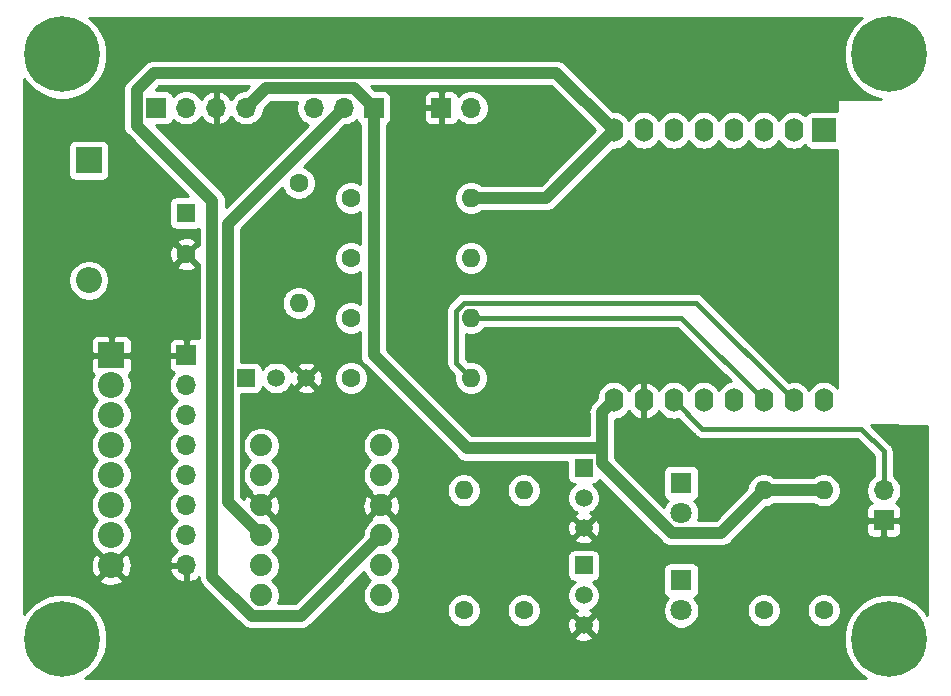
<source format=gbl>
G04 #@! TF.GenerationSoftware,KiCad,Pcbnew,(5.1.9)-1*
G04 #@! TF.CreationDate,2021-05-17T23:34:26+10:00*
G04 #@! TF.ProjectId,publisher,7075626c-6973-4686-9572-2e6b69636164,rev?*
G04 #@! TF.SameCoordinates,Original*
G04 #@! TF.FileFunction,Copper,L2,Bot*
G04 #@! TF.FilePolarity,Positive*
%FSLAX46Y46*%
G04 Gerber Fmt 4.6, Leading zero omitted, Abs format (unit mm)*
G04 Created by KiCad (PCBNEW (5.1.9)-1) date 2021-05-17 23:34:26*
%MOMM*%
%LPD*%
G01*
G04 APERTURE LIST*
G04 #@! TA.AperFunction,ComponentPad*
%ADD10O,1.600000X2.000000*%
G04 #@! TD*
G04 #@! TA.AperFunction,ComponentPad*
%ADD11R,2.000000X2.000000*%
G04 #@! TD*
G04 #@! TA.AperFunction,ComponentPad*
%ADD12O,1.600000X1.600000*%
G04 #@! TD*
G04 #@! TA.AperFunction,ComponentPad*
%ADD13C,1.600000*%
G04 #@! TD*
G04 #@! TA.AperFunction,ComponentPad*
%ADD14O,1.700000X1.700000*%
G04 #@! TD*
G04 #@! TA.AperFunction,ComponentPad*
%ADD15R,1.700000X1.700000*%
G04 #@! TD*
G04 #@! TA.AperFunction,ComponentPad*
%ADD16C,2.200000*%
G04 #@! TD*
G04 #@! TA.AperFunction,ComponentPad*
%ADD17R,2.200000X2.200000*%
G04 #@! TD*
G04 #@! TA.AperFunction,ComponentPad*
%ADD18C,6.400000*%
G04 #@! TD*
G04 #@! TA.AperFunction,ComponentPad*
%ADD19R,1.600000X1.600000*%
G04 #@! TD*
G04 #@! TA.AperFunction,ComponentPad*
%ADD20R,1.500000X1.500000*%
G04 #@! TD*
G04 #@! TA.AperFunction,ComponentPad*
%ADD21C,1.500000*%
G04 #@! TD*
G04 #@! TA.AperFunction,ComponentPad*
%ADD22C,1.800000*%
G04 #@! TD*
G04 #@! TA.AperFunction,ComponentPad*
%ADD23R,1.800000X1.800000*%
G04 #@! TD*
G04 #@! TA.AperFunction,ComponentPad*
%ADD24O,2.200000X2.200000*%
G04 #@! TD*
G04 #@! TA.AperFunction,ComponentPad*
%ADD25C,1.879600*%
G04 #@! TD*
G04 #@! TA.AperFunction,Conductor*
%ADD26C,1.000000*%
G04 #@! TD*
G04 #@! TA.AperFunction,Conductor*
%ADD27C,0.400000*%
G04 #@! TD*
G04 #@! TA.AperFunction,Conductor*
%ADD28C,0.254000*%
G04 #@! TD*
G04 #@! TA.AperFunction,Conductor*
%ADD29C,0.100000*%
G04 #@! TD*
G04 APERTURE END LIST*
D10*
X182880000Y-64770000D03*
D11*
X185420000Y-64770000D03*
D10*
X180340000Y-64770000D03*
X177800000Y-64770000D03*
X175260000Y-64770000D03*
X172720000Y-64770000D03*
X170180000Y-64770000D03*
X167640000Y-64770000D03*
X167640000Y-87630000D03*
X170180000Y-87630000D03*
X172720000Y-87630000D03*
X175260000Y-87630000D03*
X177800000Y-87630000D03*
X180340000Y-87630000D03*
X182880000Y-87630000D03*
X185420000Y-87630000D03*
D12*
X155575000Y-75565000D03*
D13*
X145415000Y-75565000D03*
D12*
X155575000Y-85725000D03*
D13*
X145415000Y-85725000D03*
D14*
X131445000Y-101600000D03*
X131445000Y-99060000D03*
X131445000Y-96520000D03*
X131445000Y-93980000D03*
X131445000Y-91440000D03*
X131445000Y-88900000D03*
X131445000Y-86360000D03*
D15*
X131445000Y-83820000D03*
D14*
X155575000Y-62865000D03*
D15*
X153035000Y-62865000D03*
D14*
X190500000Y-95250000D03*
D15*
X190500000Y-97790000D03*
D16*
X125095000Y-101600000D03*
X125095000Y-99060000D03*
X125095000Y-96520000D03*
X125095000Y-93980000D03*
X125095000Y-91440000D03*
X125095000Y-88900000D03*
X125095000Y-86360000D03*
D17*
X125095000Y-83820000D03*
D18*
X190945000Y-58320000D03*
X120945000Y-107820000D03*
X120945000Y-58320000D03*
X190945000Y-107820000D03*
D12*
X140970000Y-79375000D03*
D13*
X140970000Y-69215000D03*
D19*
X131445000Y-71755000D03*
D13*
X131445000Y-75255000D03*
D20*
X165100000Y-93345000D03*
D21*
X165100000Y-98425000D03*
X165100000Y-95885000D03*
D20*
X136525000Y-85725000D03*
D21*
X141605000Y-85725000D03*
X139065000Y-85725000D03*
D20*
X165100000Y-101600000D03*
D21*
X165100000Y-106680000D03*
X165100000Y-104140000D03*
D12*
X180340000Y-95250000D03*
D13*
X180340000Y-105410000D03*
D12*
X154940000Y-95250000D03*
D13*
X154940000Y-105410000D03*
D14*
X142240000Y-62865000D03*
X144780000Y-62865000D03*
D15*
X147320000Y-62865000D03*
D12*
X155575000Y-70485000D03*
D13*
X145415000Y-70485000D03*
D12*
X185420000Y-95250000D03*
D13*
X185420000Y-105410000D03*
D12*
X160020000Y-95250000D03*
D13*
X160020000Y-105410000D03*
D22*
X173355000Y-105410000D03*
D23*
X173355000Y-102870000D03*
D22*
X173355000Y-97155000D03*
D23*
X173355000Y-94615000D03*
D15*
X128905000Y-62865000D03*
D14*
X131445000Y-62865000D03*
X133985000Y-62865000D03*
X136525000Y-62865000D03*
D12*
X155575000Y-80645000D03*
D13*
X145415000Y-80645000D03*
D17*
X123190000Y-67310000D03*
D24*
X123190000Y-77470000D03*
D25*
X147955000Y-96520000D03*
X137795000Y-96520000D03*
X137795000Y-99060000D03*
X137795000Y-104140000D03*
X137795000Y-101600000D03*
X137795000Y-93980000D03*
X137795000Y-91440000D03*
X147955000Y-99060000D03*
X147955000Y-104140000D03*
X147955000Y-101600000D03*
X147955000Y-93980000D03*
X147955000Y-91440000D03*
D26*
X185420000Y-95250000D02*
X180340000Y-95250000D01*
X145669999Y-61214999D02*
X147320000Y-62865000D01*
X138175001Y-61214999D02*
X145669999Y-61214999D01*
X136525000Y-62865000D02*
X138175001Y-61214999D01*
X147320000Y-83820000D02*
X147320000Y-62865000D01*
X155194000Y-91694000D02*
X147320000Y-83820000D01*
X166389002Y-91694000D02*
X155194000Y-91694000D01*
X166650001Y-91954999D02*
X166389002Y-91694000D01*
X166650001Y-92966003D02*
X166650001Y-91954999D01*
X172538999Y-98855001D02*
X166650001Y-92966003D01*
X176734999Y-98855001D02*
X172538999Y-98855001D01*
X180340000Y-95250000D02*
X176734999Y-98855001D01*
X166650001Y-88619999D02*
X167640000Y-87630000D01*
X166650001Y-91954999D02*
X166650001Y-88619999D01*
X162784989Y-59914989D02*
X167640000Y-64770000D01*
X128715009Y-59914989D02*
X162784989Y-59914989D01*
X127254999Y-61374999D02*
X128715009Y-59914989D01*
X127254999Y-64355001D02*
X127254999Y-61374999D01*
X133674989Y-70774991D02*
X127254999Y-64355001D01*
X133674989Y-102559989D02*
X133674989Y-70774991D01*
X136994801Y-105879801D02*
X133674989Y-102559989D01*
X141135199Y-105879801D02*
X136994801Y-105879801D01*
X147955000Y-99060000D02*
X141135199Y-105879801D01*
X161925000Y-70485000D02*
X167640000Y-64770000D01*
X155575000Y-70485000D02*
X161925000Y-70485000D01*
D27*
X172720000Y-87630000D02*
X175125010Y-90035010D01*
X175125010Y-90035010D02*
X188587010Y-90035010D01*
X190500000Y-91948000D02*
X190500000Y-95250000D01*
X188587010Y-90035010D02*
X190500000Y-91948000D01*
X174594999Y-79344999D02*
X182880000Y-87630000D01*
X154950999Y-79344999D02*
X174594999Y-79344999D01*
X154274999Y-80020999D02*
X154950999Y-79344999D01*
X154274999Y-84424999D02*
X154274999Y-80020999D01*
X155575000Y-85725000D02*
X154274999Y-84424999D01*
X173355000Y-80645000D02*
X180340000Y-87630000D01*
X155575000Y-80645000D02*
X173355000Y-80645000D01*
D26*
X134974999Y-72670001D02*
X144780000Y-62865000D01*
X134974999Y-96239999D02*
X134974999Y-72670001D01*
X137795000Y-99060000D02*
X134974999Y-96239999D01*
D28*
X188500330Y-55341161D02*
X187966161Y-55875330D01*
X187546467Y-56503446D01*
X187257377Y-57201372D01*
X187110000Y-57942285D01*
X187110000Y-58697715D01*
X187257377Y-59438628D01*
X187546467Y-60136554D01*
X187966161Y-60764670D01*
X188500330Y-61298839D01*
X189128446Y-61718533D01*
X189826372Y-62007623D01*
X190305864Y-62103000D01*
X186690000Y-62103000D01*
X186665224Y-62105440D01*
X186641399Y-62112667D01*
X186619443Y-62124403D01*
X186600197Y-62140197D01*
X186584403Y-62159443D01*
X186572667Y-62181399D01*
X186565440Y-62205224D01*
X186563000Y-62230000D01*
X186563000Y-63149805D01*
X186544482Y-63144188D01*
X186420000Y-63131928D01*
X184420000Y-63131928D01*
X184295518Y-63144188D01*
X184175820Y-63180498D01*
X184065506Y-63239463D01*
X183968815Y-63318815D01*
X183889463Y-63415506D01*
X183842441Y-63503476D01*
X183681101Y-63371068D01*
X183431808Y-63237818D01*
X183161309Y-63155764D01*
X182880000Y-63128057D01*
X182598692Y-63155764D01*
X182328193Y-63237818D01*
X182078900Y-63371068D01*
X181860393Y-63550392D01*
X181681068Y-63768899D01*
X181610000Y-63901858D01*
X181538932Y-63768899D01*
X181359608Y-63550392D01*
X181141101Y-63371068D01*
X180891808Y-63237818D01*
X180621309Y-63155764D01*
X180340000Y-63128057D01*
X180058692Y-63155764D01*
X179788193Y-63237818D01*
X179538900Y-63371068D01*
X179320393Y-63550392D01*
X179141068Y-63768899D01*
X179070000Y-63901858D01*
X178998932Y-63768899D01*
X178819608Y-63550392D01*
X178601101Y-63371068D01*
X178351808Y-63237818D01*
X178081309Y-63155764D01*
X177800000Y-63128057D01*
X177518692Y-63155764D01*
X177248193Y-63237818D01*
X176998900Y-63371068D01*
X176780393Y-63550392D01*
X176601068Y-63768899D01*
X176530000Y-63901858D01*
X176458932Y-63768899D01*
X176279608Y-63550392D01*
X176061101Y-63371068D01*
X175811808Y-63237818D01*
X175541309Y-63155764D01*
X175260000Y-63128057D01*
X174978692Y-63155764D01*
X174708193Y-63237818D01*
X174458900Y-63371068D01*
X174240393Y-63550392D01*
X174061068Y-63768899D01*
X173990000Y-63901858D01*
X173918932Y-63768899D01*
X173739608Y-63550392D01*
X173521101Y-63371068D01*
X173271808Y-63237818D01*
X173001309Y-63155764D01*
X172720000Y-63128057D01*
X172438692Y-63155764D01*
X172168193Y-63237818D01*
X171918900Y-63371068D01*
X171700393Y-63550392D01*
X171521068Y-63768899D01*
X171450000Y-63901858D01*
X171378932Y-63768899D01*
X171199608Y-63550392D01*
X170981101Y-63371068D01*
X170731808Y-63237818D01*
X170461309Y-63155764D01*
X170180000Y-63128057D01*
X169898692Y-63155764D01*
X169628193Y-63237818D01*
X169378900Y-63371068D01*
X169160393Y-63550392D01*
X168981068Y-63768899D01*
X168910000Y-63901858D01*
X168838932Y-63768899D01*
X168659608Y-63550392D01*
X168441101Y-63371068D01*
X168191808Y-63237818D01*
X167921309Y-63155764D01*
X167640000Y-63128057D01*
X167606489Y-63131358D01*
X163626985Y-59151854D01*
X163591438Y-59108540D01*
X163418612Y-58966705D01*
X163221436Y-58861313D01*
X163007488Y-58796412D01*
X162840741Y-58779989D01*
X162840740Y-58779989D01*
X162784989Y-58774498D01*
X162729238Y-58779989D01*
X128770760Y-58779989D01*
X128715009Y-58774498D01*
X128659257Y-58779989D01*
X128492510Y-58796412D01*
X128278562Y-58861313D01*
X128081386Y-58966705D01*
X127908560Y-59108540D01*
X127873017Y-59151849D01*
X126491859Y-60533008D01*
X126448551Y-60568550D01*
X126306716Y-60741376D01*
X126286845Y-60778553D01*
X126201323Y-60938553D01*
X126136422Y-61152501D01*
X126114508Y-61374999D01*
X126120000Y-61430760D01*
X126119999Y-64299249D01*
X126114508Y-64355001D01*
X126119999Y-64410752D01*
X126136422Y-64577499D01*
X126201323Y-64791447D01*
X126306715Y-64988624D01*
X126448550Y-65161450D01*
X126491864Y-65196997D01*
X131611794Y-70316928D01*
X130645000Y-70316928D01*
X130520518Y-70329188D01*
X130400820Y-70365498D01*
X130290506Y-70424463D01*
X130193815Y-70503815D01*
X130114463Y-70600506D01*
X130055498Y-70710820D01*
X130019188Y-70830518D01*
X130006928Y-70955000D01*
X130006928Y-72555000D01*
X130019188Y-72679482D01*
X130055498Y-72799180D01*
X130114463Y-72909494D01*
X130193815Y-73006185D01*
X130290506Y-73085537D01*
X130400820Y-73144502D01*
X130520518Y-73180812D01*
X130645000Y-73193072D01*
X132245000Y-73193072D01*
X132369482Y-73180812D01*
X132489180Y-73144502D01*
X132539990Y-73117343D01*
X132539990Y-74471915D01*
X132437702Y-74441903D01*
X131624605Y-75255000D01*
X132437702Y-76068097D01*
X132539990Y-76038085D01*
X132539990Y-82380931D01*
X132539180Y-82380498D01*
X132419482Y-82344188D01*
X132295000Y-82331928D01*
X131730750Y-82335000D01*
X131572000Y-82493750D01*
X131572000Y-83693000D01*
X131592000Y-83693000D01*
X131592000Y-83947000D01*
X131572000Y-83947000D01*
X131572000Y-83967000D01*
X131318000Y-83967000D01*
X131318000Y-83947000D01*
X130118750Y-83947000D01*
X129960000Y-84105750D01*
X129956928Y-84670000D01*
X129969188Y-84794482D01*
X130005498Y-84914180D01*
X130064463Y-85024494D01*
X130143815Y-85121185D01*
X130240506Y-85200537D01*
X130350820Y-85259502D01*
X130423380Y-85281513D01*
X130291525Y-85413368D01*
X130129010Y-85656589D01*
X130017068Y-85926842D01*
X129960000Y-86213740D01*
X129960000Y-86506260D01*
X130017068Y-86793158D01*
X130129010Y-87063411D01*
X130291525Y-87306632D01*
X130498368Y-87513475D01*
X130672760Y-87630000D01*
X130498368Y-87746525D01*
X130291525Y-87953368D01*
X130129010Y-88196589D01*
X130017068Y-88466842D01*
X129960000Y-88753740D01*
X129960000Y-89046260D01*
X130017068Y-89333158D01*
X130129010Y-89603411D01*
X130291525Y-89846632D01*
X130498368Y-90053475D01*
X130672760Y-90170000D01*
X130498368Y-90286525D01*
X130291525Y-90493368D01*
X130129010Y-90736589D01*
X130017068Y-91006842D01*
X129960000Y-91293740D01*
X129960000Y-91586260D01*
X130017068Y-91873158D01*
X130129010Y-92143411D01*
X130291525Y-92386632D01*
X130498368Y-92593475D01*
X130672760Y-92710000D01*
X130498368Y-92826525D01*
X130291525Y-93033368D01*
X130129010Y-93276589D01*
X130017068Y-93546842D01*
X129960000Y-93833740D01*
X129960000Y-94126260D01*
X130017068Y-94413158D01*
X130129010Y-94683411D01*
X130291525Y-94926632D01*
X130498368Y-95133475D01*
X130672760Y-95250000D01*
X130498368Y-95366525D01*
X130291525Y-95573368D01*
X130129010Y-95816589D01*
X130017068Y-96086842D01*
X129960000Y-96373740D01*
X129960000Y-96666260D01*
X130017068Y-96953158D01*
X130129010Y-97223411D01*
X130291525Y-97466632D01*
X130498368Y-97673475D01*
X130672760Y-97790000D01*
X130498368Y-97906525D01*
X130291525Y-98113368D01*
X130129010Y-98356589D01*
X130017068Y-98626842D01*
X129960000Y-98913740D01*
X129960000Y-99206260D01*
X130017068Y-99493158D01*
X130129010Y-99763411D01*
X130291525Y-100006632D01*
X130498368Y-100213475D01*
X130680534Y-100335195D01*
X130563645Y-100404822D01*
X130347412Y-100599731D01*
X130173359Y-100833080D01*
X130048175Y-101095901D01*
X130003524Y-101243110D01*
X130124845Y-101473000D01*
X131318000Y-101473000D01*
X131318000Y-101453000D01*
X131572000Y-101453000D01*
X131572000Y-101473000D01*
X131592000Y-101473000D01*
X131592000Y-101727000D01*
X131572000Y-101727000D01*
X131572000Y-102920814D01*
X131801891Y-103041481D01*
X132076252Y-102944157D01*
X132326355Y-102795178D01*
X132538801Y-102603682D01*
X132539989Y-102615740D01*
X132556412Y-102782487D01*
X132621313Y-102996435D01*
X132726705Y-103193612D01*
X132868540Y-103366438D01*
X132911854Y-103401985D01*
X136152810Y-106642942D01*
X136188352Y-106686250D01*
X136361178Y-106828085D01*
X136558354Y-106933477D01*
X136722506Y-106983272D01*
X136772301Y-106998378D01*
X136994800Y-107020292D01*
X137050552Y-107014801D01*
X141079448Y-107014801D01*
X141135199Y-107020292D01*
X141190950Y-107014801D01*
X141190951Y-107014801D01*
X141357698Y-106998378D01*
X141571646Y-106933477D01*
X141768822Y-106828085D01*
X141941648Y-106686250D01*
X141977195Y-106642936D01*
X146475883Y-102144248D01*
X146559430Y-102345948D01*
X146731773Y-102603877D01*
X146951123Y-102823227D01*
X147021124Y-102870000D01*
X146951123Y-102916773D01*
X146731773Y-103136123D01*
X146559430Y-103394052D01*
X146440718Y-103680648D01*
X146380200Y-103984896D01*
X146380200Y-104295104D01*
X146440718Y-104599352D01*
X146559430Y-104885948D01*
X146731773Y-105143877D01*
X146951123Y-105363227D01*
X147209052Y-105535570D01*
X147495648Y-105654282D01*
X147799896Y-105714800D01*
X148110104Y-105714800D01*
X148414352Y-105654282D01*
X148700948Y-105535570D01*
X148958877Y-105363227D01*
X149053439Y-105268665D01*
X153505000Y-105268665D01*
X153505000Y-105551335D01*
X153560147Y-105828574D01*
X153668320Y-106089727D01*
X153825363Y-106324759D01*
X154025241Y-106524637D01*
X154260273Y-106681680D01*
X154521426Y-106789853D01*
X154798665Y-106845000D01*
X155081335Y-106845000D01*
X155358574Y-106789853D01*
X155619727Y-106681680D01*
X155854759Y-106524637D01*
X156054637Y-106324759D01*
X156211680Y-106089727D01*
X156319853Y-105828574D01*
X156375000Y-105551335D01*
X156375000Y-105268665D01*
X158585000Y-105268665D01*
X158585000Y-105551335D01*
X158640147Y-105828574D01*
X158748320Y-106089727D01*
X158905363Y-106324759D01*
X159105241Y-106524637D01*
X159340273Y-106681680D01*
X159601426Y-106789853D01*
X159878665Y-106845000D01*
X160161335Y-106845000D01*
X160438574Y-106789853D01*
X160528771Y-106752492D01*
X163710188Y-106752492D01*
X163751035Y-107022238D01*
X163843723Y-107278832D01*
X163904140Y-107391863D01*
X164143007Y-107457388D01*
X164920395Y-106680000D01*
X165279605Y-106680000D01*
X166056993Y-107457388D01*
X166295860Y-107391863D01*
X166411760Y-107144884D01*
X166477250Y-106880040D01*
X166489812Y-106607508D01*
X166448965Y-106337762D01*
X166356277Y-106081168D01*
X166295860Y-105968137D01*
X166056993Y-105902612D01*
X165279605Y-106680000D01*
X164920395Y-106680000D01*
X164143007Y-105902612D01*
X163904140Y-105968137D01*
X163788240Y-106215116D01*
X163722750Y-106479960D01*
X163710188Y-106752492D01*
X160528771Y-106752492D01*
X160699727Y-106681680D01*
X160934759Y-106524637D01*
X161134637Y-106324759D01*
X161291680Y-106089727D01*
X161399853Y-105828574D01*
X161455000Y-105551335D01*
X161455000Y-105268665D01*
X161399853Y-104991426D01*
X161291680Y-104730273D01*
X161134637Y-104495241D01*
X160934759Y-104295363D01*
X160699727Y-104138320D01*
X160438574Y-104030147D01*
X160161335Y-103975000D01*
X159878665Y-103975000D01*
X159601426Y-104030147D01*
X159340273Y-104138320D01*
X159105241Y-104295363D01*
X158905363Y-104495241D01*
X158748320Y-104730273D01*
X158640147Y-104991426D01*
X158585000Y-105268665D01*
X156375000Y-105268665D01*
X156319853Y-104991426D01*
X156211680Y-104730273D01*
X156054637Y-104495241D01*
X155854759Y-104295363D01*
X155619727Y-104138320D01*
X155358574Y-104030147D01*
X155081335Y-103975000D01*
X154798665Y-103975000D01*
X154521426Y-104030147D01*
X154260273Y-104138320D01*
X154025241Y-104295363D01*
X153825363Y-104495241D01*
X153668320Y-104730273D01*
X153560147Y-104991426D01*
X153505000Y-105268665D01*
X149053439Y-105268665D01*
X149178227Y-105143877D01*
X149350570Y-104885948D01*
X149469282Y-104599352D01*
X149529800Y-104295104D01*
X149529800Y-103984896D01*
X149469282Y-103680648D01*
X149350570Y-103394052D01*
X149178227Y-103136123D01*
X148958877Y-102916773D01*
X148888876Y-102870000D01*
X148958877Y-102823227D01*
X149178227Y-102603877D01*
X149350570Y-102345948D01*
X149469282Y-102059352D01*
X149529800Y-101755104D01*
X149529800Y-101444896D01*
X149469282Y-101140648D01*
X149350570Y-100854052D01*
X149347863Y-100850000D01*
X163711928Y-100850000D01*
X163711928Y-102350000D01*
X163724188Y-102474482D01*
X163760498Y-102594180D01*
X163819463Y-102704494D01*
X163898815Y-102801185D01*
X163995506Y-102880537D01*
X164105820Y-102939502D01*
X164225518Y-102975812D01*
X164333483Y-102986445D01*
X164217114Y-103064201D01*
X164024201Y-103257114D01*
X163872629Y-103483957D01*
X163768225Y-103736011D01*
X163715000Y-104003589D01*
X163715000Y-104276411D01*
X163768225Y-104543989D01*
X163872629Y-104796043D01*
X164024201Y-105022886D01*
X164217114Y-105215799D01*
X164443957Y-105367371D01*
X164543279Y-105408511D01*
X164501168Y-105423723D01*
X164388137Y-105484140D01*
X164322612Y-105723007D01*
X165100000Y-106500395D01*
X165877388Y-105723007D01*
X165811863Y-105484140D01*
X165653523Y-105409836D01*
X165756043Y-105367371D01*
X165982886Y-105215799D01*
X166175799Y-105022886D01*
X166327371Y-104796043D01*
X166431775Y-104543989D01*
X166485000Y-104276411D01*
X166485000Y-104003589D01*
X166431775Y-103736011D01*
X166327371Y-103483957D01*
X166175799Y-103257114D01*
X165982886Y-103064201D01*
X165866517Y-102986445D01*
X165974482Y-102975812D01*
X166094180Y-102939502D01*
X166204494Y-102880537D01*
X166301185Y-102801185D01*
X166380537Y-102704494D01*
X166439502Y-102594180D01*
X166475812Y-102474482D01*
X166488072Y-102350000D01*
X166488072Y-101970000D01*
X171816928Y-101970000D01*
X171816928Y-103770000D01*
X171829188Y-103894482D01*
X171865498Y-104014180D01*
X171924463Y-104124494D01*
X172003815Y-104221185D01*
X172100506Y-104300537D01*
X172210820Y-104359502D01*
X172229127Y-104365056D01*
X172162688Y-104431495D01*
X171994701Y-104682905D01*
X171878989Y-104962257D01*
X171820000Y-105258816D01*
X171820000Y-105561184D01*
X171878989Y-105857743D01*
X171994701Y-106137095D01*
X172162688Y-106388505D01*
X172376495Y-106602312D01*
X172627905Y-106770299D01*
X172907257Y-106886011D01*
X173203816Y-106945000D01*
X173506184Y-106945000D01*
X173802743Y-106886011D01*
X174082095Y-106770299D01*
X174333505Y-106602312D01*
X174547312Y-106388505D01*
X174715299Y-106137095D01*
X174831011Y-105857743D01*
X174890000Y-105561184D01*
X174890000Y-105268665D01*
X178905000Y-105268665D01*
X178905000Y-105551335D01*
X178960147Y-105828574D01*
X179068320Y-106089727D01*
X179225363Y-106324759D01*
X179425241Y-106524637D01*
X179660273Y-106681680D01*
X179921426Y-106789853D01*
X180198665Y-106845000D01*
X180481335Y-106845000D01*
X180758574Y-106789853D01*
X181019727Y-106681680D01*
X181254759Y-106524637D01*
X181454637Y-106324759D01*
X181611680Y-106089727D01*
X181719853Y-105828574D01*
X181775000Y-105551335D01*
X181775000Y-105268665D01*
X183985000Y-105268665D01*
X183985000Y-105551335D01*
X184040147Y-105828574D01*
X184148320Y-106089727D01*
X184305363Y-106324759D01*
X184505241Y-106524637D01*
X184740273Y-106681680D01*
X185001426Y-106789853D01*
X185278665Y-106845000D01*
X185561335Y-106845000D01*
X185838574Y-106789853D01*
X186099727Y-106681680D01*
X186334759Y-106524637D01*
X186534637Y-106324759D01*
X186691680Y-106089727D01*
X186799853Y-105828574D01*
X186855000Y-105551335D01*
X186855000Y-105268665D01*
X186799853Y-104991426D01*
X186691680Y-104730273D01*
X186534637Y-104495241D01*
X186334759Y-104295363D01*
X186099727Y-104138320D01*
X185838574Y-104030147D01*
X185561335Y-103975000D01*
X185278665Y-103975000D01*
X185001426Y-104030147D01*
X184740273Y-104138320D01*
X184505241Y-104295363D01*
X184305363Y-104495241D01*
X184148320Y-104730273D01*
X184040147Y-104991426D01*
X183985000Y-105268665D01*
X181775000Y-105268665D01*
X181719853Y-104991426D01*
X181611680Y-104730273D01*
X181454637Y-104495241D01*
X181254759Y-104295363D01*
X181019727Y-104138320D01*
X180758574Y-104030147D01*
X180481335Y-103975000D01*
X180198665Y-103975000D01*
X179921426Y-104030147D01*
X179660273Y-104138320D01*
X179425241Y-104295363D01*
X179225363Y-104495241D01*
X179068320Y-104730273D01*
X178960147Y-104991426D01*
X178905000Y-105268665D01*
X174890000Y-105268665D01*
X174890000Y-105258816D01*
X174831011Y-104962257D01*
X174715299Y-104682905D01*
X174547312Y-104431495D01*
X174480873Y-104365056D01*
X174499180Y-104359502D01*
X174609494Y-104300537D01*
X174706185Y-104221185D01*
X174785537Y-104124494D01*
X174844502Y-104014180D01*
X174880812Y-103894482D01*
X174893072Y-103770000D01*
X174893072Y-101970000D01*
X174880812Y-101845518D01*
X174844502Y-101725820D01*
X174785537Y-101615506D01*
X174706185Y-101518815D01*
X174609494Y-101439463D01*
X174499180Y-101380498D01*
X174379482Y-101344188D01*
X174255000Y-101331928D01*
X172455000Y-101331928D01*
X172330518Y-101344188D01*
X172210820Y-101380498D01*
X172100506Y-101439463D01*
X172003815Y-101518815D01*
X171924463Y-101615506D01*
X171865498Y-101725820D01*
X171829188Y-101845518D01*
X171816928Y-101970000D01*
X166488072Y-101970000D01*
X166488072Y-100850000D01*
X166475812Y-100725518D01*
X166439502Y-100605820D01*
X166380537Y-100495506D01*
X166301185Y-100398815D01*
X166204494Y-100319463D01*
X166094180Y-100260498D01*
X165974482Y-100224188D01*
X165850000Y-100211928D01*
X164350000Y-100211928D01*
X164225518Y-100224188D01*
X164105820Y-100260498D01*
X163995506Y-100319463D01*
X163898815Y-100398815D01*
X163819463Y-100495506D01*
X163760498Y-100605820D01*
X163724188Y-100725518D01*
X163711928Y-100850000D01*
X149347863Y-100850000D01*
X149178227Y-100596123D01*
X148958877Y-100376773D01*
X148888876Y-100330000D01*
X148958877Y-100283227D01*
X149178227Y-100063877D01*
X149350570Y-99805948D01*
X149469282Y-99519352D01*
X149496604Y-99381993D01*
X164322612Y-99381993D01*
X164388137Y-99620860D01*
X164635116Y-99736760D01*
X164899960Y-99802250D01*
X165172492Y-99814812D01*
X165442238Y-99773965D01*
X165698832Y-99681277D01*
X165811863Y-99620860D01*
X165877388Y-99381993D01*
X165100000Y-98604605D01*
X164322612Y-99381993D01*
X149496604Y-99381993D01*
X149529800Y-99215104D01*
X149529800Y-98904896D01*
X149469282Y-98600648D01*
X149426554Y-98497492D01*
X163710188Y-98497492D01*
X163751035Y-98767238D01*
X163843723Y-99023832D01*
X163904140Y-99136863D01*
X164143007Y-99202388D01*
X164920395Y-98425000D01*
X165279605Y-98425000D01*
X166056993Y-99202388D01*
X166295860Y-99136863D01*
X166411760Y-98889884D01*
X166477250Y-98625040D01*
X166489812Y-98352508D01*
X166448965Y-98082762D01*
X166356277Y-97826168D01*
X166295860Y-97713137D01*
X166056993Y-97647612D01*
X165279605Y-98425000D01*
X164920395Y-98425000D01*
X164143007Y-97647612D01*
X163904140Y-97713137D01*
X163788240Y-97960116D01*
X163722750Y-98224960D01*
X163710188Y-98497492D01*
X149426554Y-98497492D01*
X149350570Y-98314052D01*
X149178227Y-98056123D01*
X148958877Y-97836773D01*
X148822286Y-97745505D01*
X148867871Y-97612476D01*
X147955000Y-96699605D01*
X147042129Y-97612476D01*
X147087714Y-97745505D01*
X146951123Y-97836773D01*
X146731773Y-98056123D01*
X146559430Y-98314052D01*
X146440718Y-98600648D01*
X146380200Y-98904896D01*
X146380200Y-99029668D01*
X140665068Y-104744801D01*
X139249035Y-104744801D01*
X139309282Y-104599352D01*
X139369800Y-104295104D01*
X139369800Y-103984896D01*
X139309282Y-103680648D01*
X139190570Y-103394052D01*
X139018227Y-103136123D01*
X138798877Y-102916773D01*
X138728876Y-102870000D01*
X138798877Y-102823227D01*
X139018227Y-102603877D01*
X139190570Y-102345948D01*
X139309282Y-102059352D01*
X139369800Y-101755104D01*
X139369800Y-101444896D01*
X139309282Y-101140648D01*
X139190570Y-100854052D01*
X139018227Y-100596123D01*
X138798877Y-100376773D01*
X138728876Y-100330000D01*
X138798877Y-100283227D01*
X139018227Y-100063877D01*
X139190570Y-99805948D01*
X139309282Y-99519352D01*
X139369800Y-99215104D01*
X139369800Y-98904896D01*
X139309282Y-98600648D01*
X139190570Y-98314052D01*
X139018227Y-98056123D01*
X138798877Y-97836773D01*
X138662286Y-97745505D01*
X138707871Y-97612476D01*
X137795000Y-96699605D01*
X137780858Y-96713748D01*
X137601253Y-96534143D01*
X137615395Y-96520000D01*
X137974605Y-96520000D01*
X138887476Y-97432871D01*
X139145723Y-97344377D01*
X139280597Y-97065024D01*
X139358381Y-96764725D01*
X139368655Y-96584977D01*
X146373916Y-96584977D01*
X146416973Y-96892184D01*
X146519135Y-97185086D01*
X146604277Y-97344377D01*
X146862524Y-97432871D01*
X147775395Y-96520000D01*
X148134605Y-96520000D01*
X149047476Y-97432871D01*
X149305723Y-97344377D01*
X149440597Y-97065024D01*
X149518381Y-96764725D01*
X149536084Y-96455023D01*
X149493027Y-96147816D01*
X149390865Y-95854914D01*
X149305723Y-95695623D01*
X149047476Y-95607129D01*
X148134605Y-96520000D01*
X147775395Y-96520000D01*
X146862524Y-95607129D01*
X146604277Y-95695623D01*
X146469403Y-95974976D01*
X146391619Y-96275275D01*
X146373916Y-96584977D01*
X139368655Y-96584977D01*
X139376084Y-96455023D01*
X139333027Y-96147816D01*
X139230865Y-95854914D01*
X139145723Y-95695623D01*
X138887476Y-95607129D01*
X137974605Y-96520000D01*
X137615395Y-96520000D01*
X136702524Y-95607129D01*
X136444277Y-95695623D01*
X136311260Y-95971129D01*
X136109999Y-95769868D01*
X136109999Y-91284896D01*
X136220200Y-91284896D01*
X136220200Y-91595104D01*
X136280718Y-91899352D01*
X136399430Y-92185948D01*
X136571773Y-92443877D01*
X136791123Y-92663227D01*
X136861124Y-92710000D01*
X136791123Y-92756773D01*
X136571773Y-92976123D01*
X136399430Y-93234052D01*
X136280718Y-93520648D01*
X136220200Y-93824896D01*
X136220200Y-94135104D01*
X136280718Y-94439352D01*
X136399430Y-94725948D01*
X136571773Y-94983877D01*
X136791123Y-95203227D01*
X136927714Y-95294495D01*
X136882129Y-95427524D01*
X137795000Y-96340395D01*
X138707871Y-95427524D01*
X138662286Y-95294495D01*
X138798877Y-95203227D01*
X139018227Y-94983877D01*
X139190570Y-94725948D01*
X139309282Y-94439352D01*
X139369800Y-94135104D01*
X139369800Y-93824896D01*
X139309282Y-93520648D01*
X139190570Y-93234052D01*
X139018227Y-92976123D01*
X138798877Y-92756773D01*
X138728876Y-92710000D01*
X138798877Y-92663227D01*
X139018227Y-92443877D01*
X139190570Y-92185948D01*
X139309282Y-91899352D01*
X139369800Y-91595104D01*
X139369800Y-91284896D01*
X146380200Y-91284896D01*
X146380200Y-91595104D01*
X146440718Y-91899352D01*
X146559430Y-92185948D01*
X146731773Y-92443877D01*
X146951123Y-92663227D01*
X147021124Y-92710000D01*
X146951123Y-92756773D01*
X146731773Y-92976123D01*
X146559430Y-93234052D01*
X146440718Y-93520648D01*
X146380200Y-93824896D01*
X146380200Y-94135104D01*
X146440718Y-94439352D01*
X146559430Y-94725948D01*
X146731773Y-94983877D01*
X146951123Y-95203227D01*
X147087714Y-95294495D01*
X147042129Y-95427524D01*
X147955000Y-96340395D01*
X148867871Y-95427524D01*
X148822286Y-95294495D01*
X148958877Y-95203227D01*
X149053439Y-95108665D01*
X153505000Y-95108665D01*
X153505000Y-95391335D01*
X153560147Y-95668574D01*
X153668320Y-95929727D01*
X153825363Y-96164759D01*
X154025241Y-96364637D01*
X154260273Y-96521680D01*
X154521426Y-96629853D01*
X154798665Y-96685000D01*
X155081335Y-96685000D01*
X155358574Y-96629853D01*
X155619727Y-96521680D01*
X155854759Y-96364637D01*
X156054637Y-96164759D01*
X156211680Y-95929727D01*
X156319853Y-95668574D01*
X156375000Y-95391335D01*
X156375000Y-95108665D01*
X158585000Y-95108665D01*
X158585000Y-95391335D01*
X158640147Y-95668574D01*
X158748320Y-95929727D01*
X158905363Y-96164759D01*
X159105241Y-96364637D01*
X159340273Y-96521680D01*
X159601426Y-96629853D01*
X159878665Y-96685000D01*
X160161335Y-96685000D01*
X160438574Y-96629853D01*
X160699727Y-96521680D01*
X160934759Y-96364637D01*
X161134637Y-96164759D01*
X161291680Y-95929727D01*
X161399853Y-95668574D01*
X161455000Y-95391335D01*
X161455000Y-95108665D01*
X161399853Y-94831426D01*
X161291680Y-94570273D01*
X161134637Y-94335241D01*
X160934759Y-94135363D01*
X160699727Y-93978320D01*
X160438574Y-93870147D01*
X160161335Y-93815000D01*
X159878665Y-93815000D01*
X159601426Y-93870147D01*
X159340273Y-93978320D01*
X159105241Y-94135363D01*
X158905363Y-94335241D01*
X158748320Y-94570273D01*
X158640147Y-94831426D01*
X158585000Y-95108665D01*
X156375000Y-95108665D01*
X156319853Y-94831426D01*
X156211680Y-94570273D01*
X156054637Y-94335241D01*
X155854759Y-94135363D01*
X155619727Y-93978320D01*
X155358574Y-93870147D01*
X155081335Y-93815000D01*
X154798665Y-93815000D01*
X154521426Y-93870147D01*
X154260273Y-93978320D01*
X154025241Y-94135363D01*
X153825363Y-94335241D01*
X153668320Y-94570273D01*
X153560147Y-94831426D01*
X153505000Y-95108665D01*
X149053439Y-95108665D01*
X149178227Y-94983877D01*
X149350570Y-94725948D01*
X149469282Y-94439352D01*
X149529800Y-94135104D01*
X149529800Y-93824896D01*
X149469282Y-93520648D01*
X149350570Y-93234052D01*
X149178227Y-92976123D01*
X148958877Y-92756773D01*
X148888876Y-92710000D01*
X148958877Y-92663227D01*
X149178227Y-92443877D01*
X149350570Y-92185948D01*
X149469282Y-91899352D01*
X149529800Y-91595104D01*
X149529800Y-91284896D01*
X149469282Y-90980648D01*
X149350570Y-90694052D01*
X149178227Y-90436123D01*
X148958877Y-90216773D01*
X148700948Y-90044430D01*
X148414352Y-89925718D01*
X148110104Y-89865200D01*
X147799896Y-89865200D01*
X147495648Y-89925718D01*
X147209052Y-90044430D01*
X146951123Y-90216773D01*
X146731773Y-90436123D01*
X146559430Y-90694052D01*
X146440718Y-90980648D01*
X146380200Y-91284896D01*
X139369800Y-91284896D01*
X139309282Y-90980648D01*
X139190570Y-90694052D01*
X139018227Y-90436123D01*
X138798877Y-90216773D01*
X138540948Y-90044430D01*
X138254352Y-89925718D01*
X137950104Y-89865200D01*
X137639896Y-89865200D01*
X137335648Y-89925718D01*
X137049052Y-90044430D01*
X136791123Y-90216773D01*
X136571773Y-90436123D01*
X136399430Y-90694052D01*
X136280718Y-90980648D01*
X136220200Y-91284896D01*
X136109999Y-91284896D01*
X136109999Y-87113072D01*
X137275000Y-87113072D01*
X137399482Y-87100812D01*
X137519180Y-87064502D01*
X137629494Y-87005537D01*
X137726185Y-86926185D01*
X137805537Y-86829494D01*
X137864502Y-86719180D01*
X137900812Y-86599482D01*
X137911445Y-86491517D01*
X137989201Y-86607886D01*
X138182114Y-86800799D01*
X138408957Y-86952371D01*
X138661011Y-87056775D01*
X138928589Y-87110000D01*
X139201411Y-87110000D01*
X139468989Y-87056775D01*
X139721043Y-86952371D01*
X139947886Y-86800799D01*
X140066692Y-86681993D01*
X140827612Y-86681993D01*
X140893137Y-86920860D01*
X141140116Y-87036760D01*
X141404960Y-87102250D01*
X141677492Y-87114812D01*
X141947238Y-87073965D01*
X142203832Y-86981277D01*
X142316863Y-86920860D01*
X142382388Y-86681993D01*
X141605000Y-85904605D01*
X140827612Y-86681993D01*
X140066692Y-86681993D01*
X140140799Y-86607886D01*
X140292371Y-86381043D01*
X140333511Y-86281721D01*
X140348723Y-86323832D01*
X140409140Y-86436863D01*
X140648007Y-86502388D01*
X141425395Y-85725000D01*
X141784605Y-85725000D01*
X142561993Y-86502388D01*
X142800860Y-86436863D01*
X142916760Y-86189884D01*
X142982250Y-85925040D01*
X142994812Y-85652508D01*
X142984388Y-85583665D01*
X143980000Y-85583665D01*
X143980000Y-85866335D01*
X144035147Y-86143574D01*
X144143320Y-86404727D01*
X144300363Y-86639759D01*
X144500241Y-86839637D01*
X144735273Y-86996680D01*
X144996426Y-87104853D01*
X145273665Y-87160000D01*
X145556335Y-87160000D01*
X145833574Y-87104853D01*
X146094727Y-86996680D01*
X146329759Y-86839637D01*
X146529637Y-86639759D01*
X146686680Y-86404727D01*
X146794853Y-86143574D01*
X146850000Y-85866335D01*
X146850000Y-85583665D01*
X146794853Y-85306426D01*
X146686680Y-85045273D01*
X146529637Y-84810241D01*
X146329759Y-84610363D01*
X146094727Y-84453320D01*
X145833574Y-84345147D01*
X145556335Y-84290000D01*
X145273665Y-84290000D01*
X144996426Y-84345147D01*
X144735273Y-84453320D01*
X144500241Y-84610363D01*
X144300363Y-84810241D01*
X144143320Y-85045273D01*
X144035147Y-85306426D01*
X143980000Y-85583665D01*
X142984388Y-85583665D01*
X142953965Y-85382762D01*
X142861277Y-85126168D01*
X142800860Y-85013137D01*
X142561993Y-84947612D01*
X141784605Y-85725000D01*
X141425395Y-85725000D01*
X140648007Y-84947612D01*
X140409140Y-85013137D01*
X140334836Y-85171477D01*
X140292371Y-85068957D01*
X140140799Y-84842114D01*
X140066692Y-84768007D01*
X140827612Y-84768007D01*
X141605000Y-85545395D01*
X142382388Y-84768007D01*
X142316863Y-84529140D01*
X142069884Y-84413240D01*
X141805040Y-84347750D01*
X141532508Y-84335188D01*
X141262762Y-84376035D01*
X141006168Y-84468723D01*
X140893137Y-84529140D01*
X140827612Y-84768007D01*
X140066692Y-84768007D01*
X139947886Y-84649201D01*
X139721043Y-84497629D01*
X139468989Y-84393225D01*
X139201411Y-84340000D01*
X138928589Y-84340000D01*
X138661011Y-84393225D01*
X138408957Y-84497629D01*
X138182114Y-84649201D01*
X137989201Y-84842114D01*
X137911445Y-84958483D01*
X137900812Y-84850518D01*
X137864502Y-84730820D01*
X137805537Y-84620506D01*
X137726185Y-84523815D01*
X137629494Y-84444463D01*
X137519180Y-84385498D01*
X137399482Y-84349188D01*
X137275000Y-84336928D01*
X136109999Y-84336928D01*
X136109999Y-79233665D01*
X139535000Y-79233665D01*
X139535000Y-79516335D01*
X139590147Y-79793574D01*
X139698320Y-80054727D01*
X139855363Y-80289759D01*
X140055241Y-80489637D01*
X140290273Y-80646680D01*
X140551426Y-80754853D01*
X140828665Y-80810000D01*
X141111335Y-80810000D01*
X141388574Y-80754853D01*
X141649727Y-80646680D01*
X141884759Y-80489637D01*
X142084637Y-80289759D01*
X142241680Y-80054727D01*
X142349853Y-79793574D01*
X142405000Y-79516335D01*
X142405000Y-79233665D01*
X142349853Y-78956426D01*
X142241680Y-78695273D01*
X142084637Y-78460241D01*
X141884759Y-78260363D01*
X141649727Y-78103320D01*
X141388574Y-77995147D01*
X141111335Y-77940000D01*
X140828665Y-77940000D01*
X140551426Y-77995147D01*
X140290273Y-78103320D01*
X140055241Y-78260363D01*
X139855363Y-78460241D01*
X139698320Y-78695273D01*
X139590147Y-78956426D01*
X139535000Y-79233665D01*
X136109999Y-79233665D01*
X136109999Y-73140132D01*
X139597882Y-69652249D01*
X139698320Y-69894727D01*
X139855363Y-70129759D01*
X140055241Y-70329637D01*
X140290273Y-70486680D01*
X140551426Y-70594853D01*
X140828665Y-70650000D01*
X141111335Y-70650000D01*
X141388574Y-70594853D01*
X141649727Y-70486680D01*
X141884759Y-70329637D01*
X142084637Y-70129759D01*
X142241680Y-69894727D01*
X142349853Y-69633574D01*
X142405000Y-69356335D01*
X142405000Y-69073665D01*
X142349853Y-68796426D01*
X142241680Y-68535273D01*
X142084637Y-68300241D01*
X141884759Y-68100363D01*
X141649727Y-67943320D01*
X141407249Y-67842882D01*
X144900132Y-64350000D01*
X144926260Y-64350000D01*
X145213158Y-64292932D01*
X145483411Y-64180990D01*
X145726632Y-64018475D01*
X145858487Y-63886620D01*
X145880498Y-63959180D01*
X145939463Y-64069494D01*
X146018815Y-64166185D01*
X146115506Y-64245537D01*
X146185001Y-64282683D01*
X146185001Y-69273639D01*
X146094727Y-69213320D01*
X145833574Y-69105147D01*
X145556335Y-69050000D01*
X145273665Y-69050000D01*
X144996426Y-69105147D01*
X144735273Y-69213320D01*
X144500241Y-69370363D01*
X144300363Y-69570241D01*
X144143320Y-69805273D01*
X144035147Y-70066426D01*
X143980000Y-70343665D01*
X143980000Y-70626335D01*
X144035147Y-70903574D01*
X144143320Y-71164727D01*
X144300363Y-71399759D01*
X144500241Y-71599637D01*
X144735273Y-71756680D01*
X144996426Y-71864853D01*
X145273665Y-71920000D01*
X145556335Y-71920000D01*
X145833574Y-71864853D01*
X146094727Y-71756680D01*
X146185001Y-71696361D01*
X146185000Y-74353639D01*
X146094727Y-74293320D01*
X145833574Y-74185147D01*
X145556335Y-74130000D01*
X145273665Y-74130000D01*
X144996426Y-74185147D01*
X144735273Y-74293320D01*
X144500241Y-74450363D01*
X144300363Y-74650241D01*
X144143320Y-74885273D01*
X144035147Y-75146426D01*
X143980000Y-75423665D01*
X143980000Y-75706335D01*
X144035147Y-75983574D01*
X144143320Y-76244727D01*
X144300363Y-76479759D01*
X144500241Y-76679637D01*
X144735273Y-76836680D01*
X144996426Y-76944853D01*
X145273665Y-77000000D01*
X145556335Y-77000000D01*
X145833574Y-76944853D01*
X146094727Y-76836680D01*
X146185000Y-76776361D01*
X146185000Y-79433638D01*
X146094727Y-79373320D01*
X145833574Y-79265147D01*
X145556335Y-79210000D01*
X145273665Y-79210000D01*
X144996426Y-79265147D01*
X144735273Y-79373320D01*
X144500241Y-79530363D01*
X144300363Y-79730241D01*
X144143320Y-79965273D01*
X144035147Y-80226426D01*
X143980000Y-80503665D01*
X143980000Y-80786335D01*
X144035147Y-81063574D01*
X144143320Y-81324727D01*
X144300363Y-81559759D01*
X144500241Y-81759637D01*
X144735273Y-81916680D01*
X144996426Y-82024853D01*
X145273665Y-82080000D01*
X145556335Y-82080000D01*
X145833574Y-82024853D01*
X146094727Y-81916680D01*
X146185000Y-81856362D01*
X146185000Y-83764249D01*
X146179509Y-83820000D01*
X146185000Y-83875751D01*
X146201423Y-84042498D01*
X146266324Y-84256446D01*
X146371716Y-84453623D01*
X146513551Y-84626449D01*
X146556865Y-84661996D01*
X154352013Y-92457146D01*
X154387551Y-92500449D01*
X154430854Y-92535987D01*
X154430856Y-92535989D01*
X154560377Y-92642284D01*
X154757553Y-92747676D01*
X154971501Y-92812577D01*
X155194000Y-92834491D01*
X155249752Y-92829000D01*
X163711928Y-92829000D01*
X163711928Y-94095000D01*
X163724188Y-94219482D01*
X163760498Y-94339180D01*
X163819463Y-94449494D01*
X163898815Y-94546185D01*
X163995506Y-94625537D01*
X164105820Y-94684502D01*
X164225518Y-94720812D01*
X164333483Y-94731445D01*
X164217114Y-94809201D01*
X164024201Y-95002114D01*
X163872629Y-95228957D01*
X163768225Y-95481011D01*
X163715000Y-95748589D01*
X163715000Y-96021411D01*
X163768225Y-96288989D01*
X163872629Y-96541043D01*
X164024201Y-96767886D01*
X164217114Y-96960799D01*
X164443957Y-97112371D01*
X164543279Y-97153511D01*
X164501168Y-97168723D01*
X164388137Y-97229140D01*
X164322612Y-97468007D01*
X165100000Y-98245395D01*
X165877388Y-97468007D01*
X165811863Y-97229140D01*
X165653523Y-97154836D01*
X165756043Y-97112371D01*
X165982886Y-96960799D01*
X166175799Y-96767886D01*
X166327371Y-96541043D01*
X166431775Y-96288989D01*
X166485000Y-96021411D01*
X166485000Y-95748589D01*
X166431775Y-95481011D01*
X166327371Y-95228957D01*
X166175799Y-95002114D01*
X165982886Y-94809201D01*
X165866517Y-94731445D01*
X165974482Y-94720812D01*
X166094180Y-94684502D01*
X166204494Y-94625537D01*
X166301185Y-94546185D01*
X166380537Y-94449494D01*
X166432029Y-94353162D01*
X171697008Y-99618142D01*
X171732550Y-99661450D01*
X171856790Y-99763411D01*
X171905376Y-99803285D01*
X172102552Y-99908677D01*
X172316500Y-99973578D01*
X172538999Y-99995492D01*
X172594751Y-99990001D01*
X176679248Y-99990001D01*
X176734999Y-99995492D01*
X176790750Y-99990001D01*
X176790751Y-99990001D01*
X176957498Y-99973578D01*
X177171446Y-99908677D01*
X177368622Y-99803285D01*
X177541448Y-99661450D01*
X177576995Y-99618136D01*
X178555131Y-98640000D01*
X189011928Y-98640000D01*
X189024188Y-98764482D01*
X189060498Y-98884180D01*
X189119463Y-98994494D01*
X189198815Y-99091185D01*
X189295506Y-99170537D01*
X189405820Y-99229502D01*
X189525518Y-99265812D01*
X189650000Y-99278072D01*
X190214250Y-99275000D01*
X190373000Y-99116250D01*
X190373000Y-97917000D01*
X190627000Y-97917000D01*
X190627000Y-99116250D01*
X190785750Y-99275000D01*
X191350000Y-99278072D01*
X191474482Y-99265812D01*
X191594180Y-99229502D01*
X191704494Y-99170537D01*
X191801185Y-99091185D01*
X191880537Y-98994494D01*
X191939502Y-98884180D01*
X191975812Y-98764482D01*
X191988072Y-98640000D01*
X191985000Y-98075750D01*
X191826250Y-97917000D01*
X190627000Y-97917000D01*
X190373000Y-97917000D01*
X189173750Y-97917000D01*
X189015000Y-98075750D01*
X189011928Y-98640000D01*
X178555131Y-98640000D01*
X180517282Y-96677850D01*
X180758574Y-96629853D01*
X181019727Y-96521680D01*
X181224284Y-96385000D01*
X184535716Y-96385000D01*
X184740273Y-96521680D01*
X185001426Y-96629853D01*
X185278665Y-96685000D01*
X185561335Y-96685000D01*
X185838574Y-96629853D01*
X186099727Y-96521680D01*
X186334759Y-96364637D01*
X186534637Y-96164759D01*
X186691680Y-95929727D01*
X186799853Y-95668574D01*
X186855000Y-95391335D01*
X186855000Y-95108665D01*
X186799853Y-94831426D01*
X186691680Y-94570273D01*
X186534637Y-94335241D01*
X186334759Y-94135363D01*
X186099727Y-93978320D01*
X185838574Y-93870147D01*
X185561335Y-93815000D01*
X185278665Y-93815000D01*
X185001426Y-93870147D01*
X184740273Y-93978320D01*
X184535716Y-94115000D01*
X181224284Y-94115000D01*
X181019727Y-93978320D01*
X180758574Y-93870147D01*
X180481335Y-93815000D01*
X180198665Y-93815000D01*
X179921426Y-93870147D01*
X179660273Y-93978320D01*
X179425241Y-94135363D01*
X179225363Y-94335241D01*
X179068320Y-94570273D01*
X178960147Y-94831426D01*
X178912150Y-95072718D01*
X176264868Y-97720001D01*
X174782441Y-97720001D01*
X174831011Y-97602743D01*
X174890000Y-97306184D01*
X174890000Y-97003816D01*
X174831011Y-96707257D01*
X174715299Y-96427905D01*
X174547312Y-96176495D01*
X174480873Y-96110056D01*
X174499180Y-96104502D01*
X174609494Y-96045537D01*
X174706185Y-95966185D01*
X174785537Y-95869494D01*
X174844502Y-95759180D01*
X174880812Y-95639482D01*
X174893072Y-95515000D01*
X174893072Y-93715000D01*
X174880812Y-93590518D01*
X174844502Y-93470820D01*
X174785537Y-93360506D01*
X174706185Y-93263815D01*
X174609494Y-93184463D01*
X174499180Y-93125498D01*
X174379482Y-93089188D01*
X174255000Y-93076928D01*
X172455000Y-93076928D01*
X172330518Y-93089188D01*
X172210820Y-93125498D01*
X172100506Y-93184463D01*
X172003815Y-93263815D01*
X171924463Y-93360506D01*
X171865498Y-93470820D01*
X171829188Y-93590518D01*
X171816928Y-93715000D01*
X171816928Y-95515000D01*
X171829188Y-95639482D01*
X171865498Y-95759180D01*
X171924463Y-95869494D01*
X172003815Y-95966185D01*
X172100506Y-96045537D01*
X172210820Y-96104502D01*
X172229127Y-96110056D01*
X172162688Y-96176495D01*
X171994701Y-96427905D01*
X171913374Y-96624244D01*
X167785001Y-92495872D01*
X167785001Y-92010740D01*
X167790491Y-91954998D01*
X167785001Y-91899256D01*
X167785001Y-89257661D01*
X167921308Y-89244236D01*
X168191807Y-89162182D01*
X168441100Y-89028932D01*
X168659607Y-88849608D01*
X168838932Y-88631101D01*
X168908122Y-88501655D01*
X168915570Y-88519227D01*
X169074327Y-88752662D01*
X169275575Y-88950639D01*
X169511579Y-89105551D01*
X169773270Y-89211444D01*
X169830961Y-89221904D01*
X170053000Y-89099915D01*
X170053000Y-87757000D01*
X170033000Y-87757000D01*
X170033000Y-87503000D01*
X170053000Y-87503000D01*
X170053000Y-86160085D01*
X169830961Y-86038096D01*
X169773270Y-86048556D01*
X169511579Y-86154449D01*
X169275575Y-86309361D01*
X169074327Y-86507338D01*
X168915570Y-86740773D01*
X168908122Y-86758345D01*
X168838932Y-86628899D01*
X168659608Y-86410392D01*
X168441101Y-86231068D01*
X168191808Y-86097818D01*
X167921309Y-86015764D01*
X167640000Y-85988057D01*
X167358692Y-86015764D01*
X167088193Y-86097818D01*
X166838900Y-86231068D01*
X166620393Y-86410392D01*
X166441068Y-86628899D01*
X166307818Y-86878192D01*
X166225764Y-87148691D01*
X166205000Y-87359508D01*
X166205000Y-87459869D01*
X165886861Y-87778008D01*
X165843553Y-87813550D01*
X165701718Y-87986376D01*
X165652654Y-88078169D01*
X165596325Y-88183553D01*
X165531424Y-88397501D01*
X165509510Y-88619999D01*
X165515002Y-88675760D01*
X165515001Y-90559000D01*
X155664133Y-90559000D01*
X148455000Y-83349869D01*
X148455000Y-75423665D01*
X154140000Y-75423665D01*
X154140000Y-75706335D01*
X154195147Y-75983574D01*
X154303320Y-76244727D01*
X154460363Y-76479759D01*
X154660241Y-76679637D01*
X154895273Y-76836680D01*
X155156426Y-76944853D01*
X155433665Y-77000000D01*
X155716335Y-77000000D01*
X155993574Y-76944853D01*
X156254727Y-76836680D01*
X156489759Y-76679637D01*
X156689637Y-76479759D01*
X156846680Y-76244727D01*
X156954853Y-75983574D01*
X157010000Y-75706335D01*
X157010000Y-75423665D01*
X156954853Y-75146426D01*
X156846680Y-74885273D01*
X156689637Y-74650241D01*
X156489759Y-74450363D01*
X156254727Y-74293320D01*
X155993574Y-74185147D01*
X155716335Y-74130000D01*
X155433665Y-74130000D01*
X155156426Y-74185147D01*
X154895273Y-74293320D01*
X154660241Y-74450363D01*
X154460363Y-74650241D01*
X154303320Y-74885273D01*
X154195147Y-75146426D01*
X154140000Y-75423665D01*
X148455000Y-75423665D01*
X148455000Y-64282683D01*
X148524494Y-64245537D01*
X148621185Y-64166185D01*
X148700537Y-64069494D01*
X148759502Y-63959180D01*
X148795812Y-63839482D01*
X148808072Y-63715000D01*
X151546928Y-63715000D01*
X151559188Y-63839482D01*
X151595498Y-63959180D01*
X151654463Y-64069494D01*
X151733815Y-64166185D01*
X151830506Y-64245537D01*
X151940820Y-64304502D01*
X152060518Y-64340812D01*
X152185000Y-64353072D01*
X152749250Y-64350000D01*
X152908000Y-64191250D01*
X152908000Y-62992000D01*
X151708750Y-62992000D01*
X151550000Y-63150750D01*
X151546928Y-63715000D01*
X148808072Y-63715000D01*
X148808072Y-62015000D01*
X151546928Y-62015000D01*
X151550000Y-62579250D01*
X151708750Y-62738000D01*
X152908000Y-62738000D01*
X152908000Y-61538750D01*
X153162000Y-61538750D01*
X153162000Y-62738000D01*
X153182000Y-62738000D01*
X153182000Y-62992000D01*
X153162000Y-62992000D01*
X153162000Y-64191250D01*
X153320750Y-64350000D01*
X153885000Y-64353072D01*
X154009482Y-64340812D01*
X154129180Y-64304502D01*
X154239494Y-64245537D01*
X154336185Y-64166185D01*
X154415537Y-64069494D01*
X154474502Y-63959180D01*
X154496513Y-63886620D01*
X154628368Y-64018475D01*
X154871589Y-64180990D01*
X155141842Y-64292932D01*
X155428740Y-64350000D01*
X155721260Y-64350000D01*
X156008158Y-64292932D01*
X156278411Y-64180990D01*
X156521632Y-64018475D01*
X156728475Y-63811632D01*
X156890990Y-63568411D01*
X157002932Y-63298158D01*
X157060000Y-63011260D01*
X157060000Y-62718740D01*
X157002932Y-62431842D01*
X156890990Y-62161589D01*
X156728475Y-61918368D01*
X156521632Y-61711525D01*
X156278411Y-61549010D01*
X156008158Y-61437068D01*
X155721260Y-61380000D01*
X155428740Y-61380000D01*
X155141842Y-61437068D01*
X154871589Y-61549010D01*
X154628368Y-61711525D01*
X154496513Y-61843380D01*
X154474502Y-61770820D01*
X154415537Y-61660506D01*
X154336185Y-61563815D01*
X154239494Y-61484463D01*
X154129180Y-61425498D01*
X154009482Y-61389188D01*
X153885000Y-61376928D01*
X153320750Y-61380000D01*
X153162000Y-61538750D01*
X152908000Y-61538750D01*
X152749250Y-61380000D01*
X152185000Y-61376928D01*
X152060518Y-61389188D01*
X151940820Y-61425498D01*
X151830506Y-61484463D01*
X151733815Y-61563815D01*
X151654463Y-61660506D01*
X151595498Y-61770820D01*
X151559188Y-61890518D01*
X151546928Y-62015000D01*
X148808072Y-62015000D01*
X148795812Y-61890518D01*
X148759502Y-61770820D01*
X148700537Y-61660506D01*
X148621185Y-61563815D01*
X148524494Y-61484463D01*
X148414180Y-61425498D01*
X148294482Y-61389188D01*
X148170000Y-61376928D01*
X147437060Y-61376928D01*
X147110120Y-61049989D01*
X162314858Y-61049989D01*
X166034868Y-64770000D01*
X161454869Y-69350000D01*
X156459284Y-69350000D01*
X156254727Y-69213320D01*
X155993574Y-69105147D01*
X155716335Y-69050000D01*
X155433665Y-69050000D01*
X155156426Y-69105147D01*
X154895273Y-69213320D01*
X154660241Y-69370363D01*
X154460363Y-69570241D01*
X154303320Y-69805273D01*
X154195147Y-70066426D01*
X154140000Y-70343665D01*
X154140000Y-70626335D01*
X154195147Y-70903574D01*
X154303320Y-71164727D01*
X154460363Y-71399759D01*
X154660241Y-71599637D01*
X154895273Y-71756680D01*
X155156426Y-71864853D01*
X155433665Y-71920000D01*
X155716335Y-71920000D01*
X155993574Y-71864853D01*
X156254727Y-71756680D01*
X156459284Y-71620000D01*
X161869249Y-71620000D01*
X161925000Y-71625491D01*
X161980751Y-71620000D01*
X161980752Y-71620000D01*
X162147499Y-71603577D01*
X162361447Y-71538676D01*
X162558623Y-71433284D01*
X162731449Y-71291449D01*
X162766996Y-71248135D01*
X167606490Y-66408643D01*
X167640000Y-66411943D01*
X167921308Y-66384236D01*
X168191807Y-66302182D01*
X168441100Y-66168932D01*
X168659607Y-65989608D01*
X168838932Y-65771101D01*
X168910000Y-65638142D01*
X168981068Y-65771100D01*
X169160392Y-65989607D01*
X169378899Y-66168932D01*
X169628192Y-66302182D01*
X169898691Y-66384236D01*
X170180000Y-66411943D01*
X170461308Y-66384236D01*
X170731807Y-66302182D01*
X170981100Y-66168932D01*
X171199607Y-65989608D01*
X171378932Y-65771101D01*
X171450000Y-65638142D01*
X171521068Y-65771100D01*
X171700392Y-65989607D01*
X171918899Y-66168932D01*
X172168192Y-66302182D01*
X172438691Y-66384236D01*
X172720000Y-66411943D01*
X173001308Y-66384236D01*
X173271807Y-66302182D01*
X173521100Y-66168932D01*
X173739607Y-65989608D01*
X173918932Y-65771101D01*
X173990000Y-65638142D01*
X174061068Y-65771100D01*
X174240392Y-65989607D01*
X174458899Y-66168932D01*
X174708192Y-66302182D01*
X174978691Y-66384236D01*
X175260000Y-66411943D01*
X175541308Y-66384236D01*
X175811807Y-66302182D01*
X176061100Y-66168932D01*
X176279607Y-65989608D01*
X176458932Y-65771101D01*
X176530000Y-65638142D01*
X176601068Y-65771100D01*
X176780392Y-65989607D01*
X176998899Y-66168932D01*
X177248192Y-66302182D01*
X177518691Y-66384236D01*
X177800000Y-66411943D01*
X178081308Y-66384236D01*
X178351807Y-66302182D01*
X178601100Y-66168932D01*
X178819607Y-65989608D01*
X178998932Y-65771101D01*
X179070000Y-65638142D01*
X179141068Y-65771100D01*
X179320392Y-65989607D01*
X179538899Y-66168932D01*
X179788192Y-66302182D01*
X180058691Y-66384236D01*
X180340000Y-66411943D01*
X180621308Y-66384236D01*
X180891807Y-66302182D01*
X181141100Y-66168932D01*
X181359607Y-65989608D01*
X181538932Y-65771101D01*
X181610000Y-65638142D01*
X181681068Y-65771100D01*
X181860392Y-65989607D01*
X182078899Y-66168932D01*
X182328192Y-66302182D01*
X182598691Y-66384236D01*
X182880000Y-66411943D01*
X183161308Y-66384236D01*
X183431807Y-66302182D01*
X183681100Y-66168932D01*
X183842441Y-66036523D01*
X183889463Y-66124494D01*
X183968815Y-66221185D01*
X184065506Y-66300537D01*
X184175820Y-66359502D01*
X184295518Y-66395812D01*
X184420000Y-66408072D01*
X186420000Y-66408072D01*
X186544482Y-66395812D01*
X186563000Y-66390195D01*
X186563000Y-86560746D01*
X186439608Y-86410392D01*
X186221101Y-86231068D01*
X185971808Y-86097818D01*
X185701309Y-86015764D01*
X185420000Y-85988057D01*
X185138692Y-86015764D01*
X184868193Y-86097818D01*
X184618900Y-86231068D01*
X184400393Y-86410392D01*
X184221068Y-86628899D01*
X184150000Y-86761858D01*
X184078932Y-86628899D01*
X183899608Y-86410392D01*
X183681101Y-86231068D01*
X183431808Y-86097818D01*
X183161309Y-86015764D01*
X182880000Y-85988057D01*
X182598692Y-86015764D01*
X182482023Y-86051155D01*
X175214445Y-78783578D01*
X175188290Y-78751708D01*
X175061145Y-78647363D01*
X174916086Y-78569827D01*
X174758688Y-78522081D01*
X174636018Y-78509999D01*
X174636017Y-78509999D01*
X174594999Y-78505959D01*
X174553981Y-78509999D01*
X154992006Y-78509999D01*
X154950998Y-78505960D01*
X154909990Y-78509999D01*
X154909980Y-78509999D01*
X154787310Y-78522081D01*
X154629912Y-78569827D01*
X154484853Y-78647363D01*
X154357708Y-78751708D01*
X154331557Y-78783573D01*
X153713573Y-79401558D01*
X153681709Y-79427708D01*
X153655561Y-79459570D01*
X153577363Y-79554854D01*
X153499827Y-79699913D01*
X153452081Y-79857311D01*
X153435959Y-80020999D01*
X153440000Y-80062027D01*
X153439999Y-84383980D01*
X153435959Y-84424999D01*
X153445692Y-84523815D01*
X153452081Y-84588687D01*
X153499827Y-84746085D01*
X153577363Y-84891144D01*
X153681708Y-85018290D01*
X153713578Y-85044445D01*
X154158715Y-85489582D01*
X154140000Y-85583665D01*
X154140000Y-85866335D01*
X154195147Y-86143574D01*
X154303320Y-86404727D01*
X154460363Y-86639759D01*
X154660241Y-86839637D01*
X154895273Y-86996680D01*
X155156426Y-87104853D01*
X155433665Y-87160000D01*
X155716335Y-87160000D01*
X155993574Y-87104853D01*
X156254727Y-86996680D01*
X156489759Y-86839637D01*
X156689637Y-86639759D01*
X156846680Y-86404727D01*
X156954853Y-86143574D01*
X157010000Y-85866335D01*
X157010000Y-85583665D01*
X156954853Y-85306426D01*
X156846680Y-85045273D01*
X156689637Y-84810241D01*
X156489759Y-84610363D01*
X156254727Y-84453320D01*
X155993574Y-84345147D01*
X155716335Y-84290000D01*
X155433665Y-84290000D01*
X155339582Y-84308715D01*
X155109999Y-84079132D01*
X155109999Y-82005622D01*
X155156426Y-82024853D01*
X155433665Y-82080000D01*
X155716335Y-82080000D01*
X155993574Y-82024853D01*
X156254727Y-81916680D01*
X156489759Y-81759637D01*
X156689637Y-81559759D01*
X156742930Y-81480000D01*
X173009133Y-81480000D01*
X177542546Y-86013415D01*
X177518692Y-86015764D01*
X177248193Y-86097818D01*
X176998900Y-86231068D01*
X176780393Y-86410392D01*
X176601068Y-86628899D01*
X176530000Y-86761858D01*
X176458932Y-86628899D01*
X176279608Y-86410392D01*
X176061101Y-86231068D01*
X175811808Y-86097818D01*
X175541309Y-86015764D01*
X175260000Y-85988057D01*
X174978692Y-86015764D01*
X174708193Y-86097818D01*
X174458900Y-86231068D01*
X174240393Y-86410392D01*
X174061068Y-86628899D01*
X173990000Y-86761858D01*
X173918932Y-86628899D01*
X173739608Y-86410392D01*
X173521101Y-86231068D01*
X173271808Y-86097818D01*
X173001309Y-86015764D01*
X172720000Y-85988057D01*
X172438692Y-86015764D01*
X172168193Y-86097818D01*
X171918900Y-86231068D01*
X171700393Y-86410392D01*
X171521068Y-86628899D01*
X171451878Y-86758345D01*
X171444430Y-86740773D01*
X171285673Y-86507338D01*
X171084425Y-86309361D01*
X170848421Y-86154449D01*
X170586730Y-86048556D01*
X170529039Y-86038096D01*
X170307000Y-86160085D01*
X170307000Y-87503000D01*
X170327000Y-87503000D01*
X170327000Y-87757000D01*
X170307000Y-87757000D01*
X170307000Y-89099915D01*
X170529039Y-89221904D01*
X170586730Y-89211444D01*
X170848421Y-89105551D01*
X171084425Y-88950639D01*
X171285673Y-88752662D01*
X171444430Y-88519227D01*
X171451878Y-88501655D01*
X171521068Y-88631100D01*
X171700392Y-88849607D01*
X171918899Y-89028932D01*
X172168192Y-89162182D01*
X172438691Y-89244236D01*
X172720000Y-89271943D01*
X173001308Y-89244236D01*
X173117977Y-89208845D01*
X174505573Y-90596442D01*
X174531719Y-90628301D01*
X174658864Y-90732646D01*
X174803923Y-90810182D01*
X174961321Y-90857928D01*
X175083991Y-90870010D01*
X175083992Y-90870010D01*
X175125010Y-90874050D01*
X175166028Y-90870010D01*
X188241143Y-90870010D01*
X189665000Y-92293868D01*
X189665001Y-94021934D01*
X189553368Y-94096525D01*
X189346525Y-94303368D01*
X189184010Y-94546589D01*
X189072068Y-94816842D01*
X189015000Y-95103740D01*
X189015000Y-95396260D01*
X189072068Y-95683158D01*
X189184010Y-95953411D01*
X189346525Y-96196632D01*
X189478380Y-96328487D01*
X189405820Y-96350498D01*
X189295506Y-96409463D01*
X189198815Y-96488815D01*
X189119463Y-96585506D01*
X189060498Y-96695820D01*
X189024188Y-96815518D01*
X189011928Y-96940000D01*
X189015000Y-97504250D01*
X189173750Y-97663000D01*
X190373000Y-97663000D01*
X190373000Y-97643000D01*
X190627000Y-97643000D01*
X190627000Y-97663000D01*
X191826250Y-97663000D01*
X191985000Y-97504250D01*
X191988072Y-96940000D01*
X191975812Y-96815518D01*
X191939502Y-96695820D01*
X191880537Y-96585506D01*
X191801185Y-96488815D01*
X191704494Y-96409463D01*
X191594180Y-96350498D01*
X191521620Y-96328487D01*
X191653475Y-96196632D01*
X191815990Y-95953411D01*
X191927932Y-95683158D01*
X191985000Y-95396260D01*
X191985000Y-95103740D01*
X191927932Y-94816842D01*
X191815990Y-94546589D01*
X191653475Y-94303368D01*
X191446632Y-94096525D01*
X191335000Y-94021935D01*
X191335000Y-91989007D01*
X191339039Y-91947999D01*
X191335000Y-91906991D01*
X191335000Y-91906981D01*
X191322918Y-91784311D01*
X191275172Y-91626913D01*
X191197636Y-91481854D01*
X191093291Y-91354709D01*
X191061428Y-91328560D01*
X189440730Y-89707863D01*
X194183000Y-89786901D01*
X194183000Y-105763192D01*
X193923839Y-105375330D01*
X193389670Y-104841161D01*
X192761554Y-104421467D01*
X192063628Y-104132377D01*
X191322715Y-103985000D01*
X190567285Y-103985000D01*
X189826372Y-104132377D01*
X189128446Y-104421467D01*
X188500330Y-104841161D01*
X187966161Y-105375330D01*
X187546467Y-106003446D01*
X187257377Y-106701372D01*
X187110000Y-107442285D01*
X187110000Y-108197715D01*
X187257377Y-108938628D01*
X187546467Y-109636554D01*
X187966161Y-110264670D01*
X188500330Y-110798839D01*
X188988464Y-111125000D01*
X122901536Y-111125000D01*
X123389670Y-110798839D01*
X123923839Y-110264670D01*
X124343533Y-109636554D01*
X124632623Y-108938628D01*
X124780000Y-108197715D01*
X124780000Y-107636993D01*
X164322612Y-107636993D01*
X164388137Y-107875860D01*
X164635116Y-107991760D01*
X164899960Y-108057250D01*
X165172492Y-108069812D01*
X165442238Y-108028965D01*
X165698832Y-107936277D01*
X165811863Y-107875860D01*
X165877388Y-107636993D01*
X165100000Y-106859605D01*
X164322612Y-107636993D01*
X124780000Y-107636993D01*
X124780000Y-107442285D01*
X124632623Y-106701372D01*
X124343533Y-106003446D01*
X123923839Y-105375330D01*
X123389670Y-104841161D01*
X122761554Y-104421467D01*
X122063628Y-104132377D01*
X121322715Y-103985000D01*
X120567285Y-103985000D01*
X119826372Y-104132377D01*
X119128446Y-104421467D01*
X118500330Y-104841161D01*
X117966161Y-105375330D01*
X117729000Y-105730266D01*
X117729000Y-102806712D01*
X124067893Y-102806712D01*
X124175726Y-103081338D01*
X124482384Y-103232216D01*
X124812585Y-103320369D01*
X125153639Y-103342409D01*
X125492439Y-103297489D01*
X125815966Y-103187336D01*
X126014274Y-103081338D01*
X126122107Y-102806712D01*
X125095000Y-101779605D01*
X124067893Y-102806712D01*
X117729000Y-102806712D01*
X117729000Y-101658639D01*
X123352591Y-101658639D01*
X123397511Y-101997439D01*
X123507664Y-102320966D01*
X123613662Y-102519274D01*
X123888288Y-102627107D01*
X124915395Y-101600000D01*
X125274605Y-101600000D01*
X126301712Y-102627107D01*
X126576338Y-102519274D01*
X126727216Y-102212616D01*
X126795486Y-101956890D01*
X130003524Y-101956890D01*
X130048175Y-102104099D01*
X130173359Y-102366920D01*
X130347412Y-102600269D01*
X130563645Y-102795178D01*
X130813748Y-102944157D01*
X131088109Y-103041481D01*
X131318000Y-102920814D01*
X131318000Y-101727000D01*
X130124845Y-101727000D01*
X130003524Y-101956890D01*
X126795486Y-101956890D01*
X126815369Y-101882415D01*
X126837409Y-101541361D01*
X126792489Y-101202561D01*
X126682336Y-100879034D01*
X126576338Y-100680726D01*
X126301712Y-100572893D01*
X125274605Y-101600000D01*
X124915395Y-101600000D01*
X123888288Y-100572893D01*
X123613662Y-100680726D01*
X123462784Y-100987384D01*
X123374631Y-101317585D01*
X123352591Y-101658639D01*
X117729000Y-101658639D01*
X117729000Y-84920000D01*
X123356928Y-84920000D01*
X123369188Y-85044482D01*
X123405498Y-85164180D01*
X123464463Y-85274494D01*
X123543815Y-85371185D01*
X123624690Y-85437557D01*
X123557463Y-85538169D01*
X123426675Y-85853919D01*
X123360000Y-86189117D01*
X123360000Y-86530883D01*
X123426675Y-86866081D01*
X123557463Y-87181831D01*
X123747337Y-87465998D01*
X123911339Y-87630000D01*
X123747337Y-87794002D01*
X123557463Y-88078169D01*
X123426675Y-88393919D01*
X123360000Y-88729117D01*
X123360000Y-89070883D01*
X123426675Y-89406081D01*
X123557463Y-89721831D01*
X123747337Y-90005998D01*
X123911339Y-90170000D01*
X123747337Y-90334002D01*
X123557463Y-90618169D01*
X123426675Y-90933919D01*
X123360000Y-91269117D01*
X123360000Y-91610883D01*
X123426675Y-91946081D01*
X123557463Y-92261831D01*
X123747337Y-92545998D01*
X123911339Y-92710000D01*
X123747337Y-92874002D01*
X123557463Y-93158169D01*
X123426675Y-93473919D01*
X123360000Y-93809117D01*
X123360000Y-94150883D01*
X123426675Y-94486081D01*
X123557463Y-94801831D01*
X123747337Y-95085998D01*
X123911339Y-95250000D01*
X123747337Y-95414002D01*
X123557463Y-95698169D01*
X123426675Y-96013919D01*
X123360000Y-96349117D01*
X123360000Y-96690883D01*
X123426675Y-97026081D01*
X123557463Y-97341831D01*
X123747337Y-97625998D01*
X123911339Y-97790000D01*
X123747337Y-97954002D01*
X123557463Y-98238169D01*
X123426675Y-98553919D01*
X123360000Y-98889117D01*
X123360000Y-99230883D01*
X123426675Y-99566081D01*
X123557463Y-99881831D01*
X123747337Y-100165998D01*
X123989002Y-100407663D01*
X124270074Y-100595469D01*
X125095000Y-101420395D01*
X125919926Y-100595469D01*
X126200998Y-100407663D01*
X126442663Y-100165998D01*
X126632537Y-99881831D01*
X126763325Y-99566081D01*
X126830000Y-99230883D01*
X126830000Y-98889117D01*
X126763325Y-98553919D01*
X126632537Y-98238169D01*
X126442663Y-97954002D01*
X126278661Y-97790000D01*
X126442663Y-97625998D01*
X126632537Y-97341831D01*
X126763325Y-97026081D01*
X126830000Y-96690883D01*
X126830000Y-96349117D01*
X126763325Y-96013919D01*
X126632537Y-95698169D01*
X126442663Y-95414002D01*
X126278661Y-95250000D01*
X126442663Y-95085998D01*
X126632537Y-94801831D01*
X126763325Y-94486081D01*
X126830000Y-94150883D01*
X126830000Y-93809117D01*
X126763325Y-93473919D01*
X126632537Y-93158169D01*
X126442663Y-92874002D01*
X126278661Y-92710000D01*
X126442663Y-92545998D01*
X126632537Y-92261831D01*
X126763325Y-91946081D01*
X126830000Y-91610883D01*
X126830000Y-91269117D01*
X126763325Y-90933919D01*
X126632537Y-90618169D01*
X126442663Y-90334002D01*
X126278661Y-90170000D01*
X126442663Y-90005998D01*
X126632537Y-89721831D01*
X126763325Y-89406081D01*
X126830000Y-89070883D01*
X126830000Y-88729117D01*
X126763325Y-88393919D01*
X126632537Y-88078169D01*
X126442663Y-87794002D01*
X126278661Y-87630000D01*
X126442663Y-87465998D01*
X126632537Y-87181831D01*
X126763325Y-86866081D01*
X126830000Y-86530883D01*
X126830000Y-86189117D01*
X126763325Y-85853919D01*
X126632537Y-85538169D01*
X126565310Y-85437557D01*
X126646185Y-85371185D01*
X126725537Y-85274494D01*
X126784502Y-85164180D01*
X126820812Y-85044482D01*
X126833072Y-84920000D01*
X126830000Y-84105750D01*
X126671250Y-83947000D01*
X125222000Y-83947000D01*
X125222000Y-83967000D01*
X124968000Y-83967000D01*
X124968000Y-83947000D01*
X123518750Y-83947000D01*
X123360000Y-84105750D01*
X123356928Y-84920000D01*
X117729000Y-84920000D01*
X117729000Y-82720000D01*
X123356928Y-82720000D01*
X123360000Y-83534250D01*
X123518750Y-83693000D01*
X124968000Y-83693000D01*
X124968000Y-82243750D01*
X125222000Y-82243750D01*
X125222000Y-83693000D01*
X126671250Y-83693000D01*
X126830000Y-83534250D01*
X126832128Y-82970000D01*
X129956928Y-82970000D01*
X129960000Y-83534250D01*
X130118750Y-83693000D01*
X131318000Y-83693000D01*
X131318000Y-82493750D01*
X131159250Y-82335000D01*
X130595000Y-82331928D01*
X130470518Y-82344188D01*
X130350820Y-82380498D01*
X130240506Y-82439463D01*
X130143815Y-82518815D01*
X130064463Y-82615506D01*
X130005498Y-82725820D01*
X129969188Y-82845518D01*
X129956928Y-82970000D01*
X126832128Y-82970000D01*
X126833072Y-82720000D01*
X126820812Y-82595518D01*
X126784502Y-82475820D01*
X126725537Y-82365506D01*
X126646185Y-82268815D01*
X126549494Y-82189463D01*
X126439180Y-82130498D01*
X126319482Y-82094188D01*
X126195000Y-82081928D01*
X125380750Y-82085000D01*
X125222000Y-82243750D01*
X124968000Y-82243750D01*
X124809250Y-82085000D01*
X123995000Y-82081928D01*
X123870518Y-82094188D01*
X123750820Y-82130498D01*
X123640506Y-82189463D01*
X123543815Y-82268815D01*
X123464463Y-82365506D01*
X123405498Y-82475820D01*
X123369188Y-82595518D01*
X123356928Y-82720000D01*
X117729000Y-82720000D01*
X117729000Y-77299117D01*
X121455000Y-77299117D01*
X121455000Y-77640883D01*
X121521675Y-77976081D01*
X121652463Y-78291831D01*
X121842337Y-78575998D01*
X122084002Y-78817663D01*
X122368169Y-79007537D01*
X122683919Y-79138325D01*
X123019117Y-79205000D01*
X123360883Y-79205000D01*
X123696081Y-79138325D01*
X124011831Y-79007537D01*
X124295998Y-78817663D01*
X124537663Y-78575998D01*
X124727537Y-78291831D01*
X124858325Y-77976081D01*
X124925000Y-77640883D01*
X124925000Y-77299117D01*
X124858325Y-76963919D01*
X124727537Y-76648169D01*
X124537663Y-76364002D01*
X124421363Y-76247702D01*
X130631903Y-76247702D01*
X130703486Y-76491671D01*
X130958996Y-76612571D01*
X131233184Y-76681300D01*
X131515512Y-76695217D01*
X131795130Y-76653787D01*
X132061292Y-76558603D01*
X132186514Y-76491671D01*
X132258097Y-76247702D01*
X131445000Y-75434605D01*
X130631903Y-76247702D01*
X124421363Y-76247702D01*
X124295998Y-76122337D01*
X124011831Y-75932463D01*
X123696081Y-75801675D01*
X123360883Y-75735000D01*
X123019117Y-75735000D01*
X122683919Y-75801675D01*
X122368169Y-75932463D01*
X122084002Y-76122337D01*
X121842337Y-76364002D01*
X121652463Y-76648169D01*
X121521675Y-76963919D01*
X121455000Y-77299117D01*
X117729000Y-77299117D01*
X117729000Y-75325512D01*
X130004783Y-75325512D01*
X130046213Y-75605130D01*
X130141397Y-75871292D01*
X130208329Y-75996514D01*
X130452298Y-76068097D01*
X131265395Y-75255000D01*
X130452298Y-74441903D01*
X130208329Y-74513486D01*
X130087429Y-74768996D01*
X130018700Y-75043184D01*
X130004783Y-75325512D01*
X117729000Y-75325512D01*
X117729000Y-74262298D01*
X130631903Y-74262298D01*
X131445000Y-75075395D01*
X132258097Y-74262298D01*
X132186514Y-74018329D01*
X131931004Y-73897429D01*
X131656816Y-73828700D01*
X131374488Y-73814783D01*
X131094870Y-73856213D01*
X130828708Y-73951397D01*
X130703486Y-74018329D01*
X130631903Y-74262298D01*
X117729000Y-74262298D01*
X117729000Y-66210000D01*
X121451928Y-66210000D01*
X121451928Y-68410000D01*
X121464188Y-68534482D01*
X121500498Y-68654180D01*
X121559463Y-68764494D01*
X121638815Y-68861185D01*
X121735506Y-68940537D01*
X121845820Y-68999502D01*
X121965518Y-69035812D01*
X122090000Y-69048072D01*
X124290000Y-69048072D01*
X124414482Y-69035812D01*
X124534180Y-68999502D01*
X124644494Y-68940537D01*
X124741185Y-68861185D01*
X124820537Y-68764494D01*
X124879502Y-68654180D01*
X124915812Y-68534482D01*
X124928072Y-68410000D01*
X124928072Y-66210000D01*
X124915812Y-66085518D01*
X124879502Y-65965820D01*
X124820537Y-65855506D01*
X124741185Y-65758815D01*
X124644494Y-65679463D01*
X124534180Y-65620498D01*
X124414482Y-65584188D01*
X124290000Y-65571928D01*
X122090000Y-65571928D01*
X121965518Y-65584188D01*
X121845820Y-65620498D01*
X121735506Y-65679463D01*
X121638815Y-65758815D01*
X121559463Y-65855506D01*
X121500498Y-65965820D01*
X121464188Y-66085518D01*
X121451928Y-66210000D01*
X117729000Y-66210000D01*
X117729000Y-60409734D01*
X117966161Y-60764670D01*
X118500330Y-61298839D01*
X119128446Y-61718533D01*
X119826372Y-62007623D01*
X120567285Y-62155000D01*
X121322715Y-62155000D01*
X122063628Y-62007623D01*
X122761554Y-61718533D01*
X123389670Y-61298839D01*
X123923839Y-60764670D01*
X124343533Y-60136554D01*
X124632623Y-59438628D01*
X124780000Y-58697715D01*
X124780000Y-57942285D01*
X124632623Y-57201372D01*
X124343533Y-56503446D01*
X123923839Y-55875330D01*
X123389670Y-55341161D01*
X123245755Y-55245000D01*
X188644245Y-55245000D01*
X188500330Y-55341161D01*
G04 #@! TA.AperFunction,Conductor*
D29*
G36*
X188500330Y-55341161D02*
G01*
X187966161Y-55875330D01*
X187546467Y-56503446D01*
X187257377Y-57201372D01*
X187110000Y-57942285D01*
X187110000Y-58697715D01*
X187257377Y-59438628D01*
X187546467Y-60136554D01*
X187966161Y-60764670D01*
X188500330Y-61298839D01*
X189128446Y-61718533D01*
X189826372Y-62007623D01*
X190305864Y-62103000D01*
X186690000Y-62103000D01*
X186665224Y-62105440D01*
X186641399Y-62112667D01*
X186619443Y-62124403D01*
X186600197Y-62140197D01*
X186584403Y-62159443D01*
X186572667Y-62181399D01*
X186565440Y-62205224D01*
X186563000Y-62230000D01*
X186563000Y-63149805D01*
X186544482Y-63144188D01*
X186420000Y-63131928D01*
X184420000Y-63131928D01*
X184295518Y-63144188D01*
X184175820Y-63180498D01*
X184065506Y-63239463D01*
X183968815Y-63318815D01*
X183889463Y-63415506D01*
X183842441Y-63503476D01*
X183681101Y-63371068D01*
X183431808Y-63237818D01*
X183161309Y-63155764D01*
X182880000Y-63128057D01*
X182598692Y-63155764D01*
X182328193Y-63237818D01*
X182078900Y-63371068D01*
X181860393Y-63550392D01*
X181681068Y-63768899D01*
X181610000Y-63901858D01*
X181538932Y-63768899D01*
X181359608Y-63550392D01*
X181141101Y-63371068D01*
X180891808Y-63237818D01*
X180621309Y-63155764D01*
X180340000Y-63128057D01*
X180058692Y-63155764D01*
X179788193Y-63237818D01*
X179538900Y-63371068D01*
X179320393Y-63550392D01*
X179141068Y-63768899D01*
X179070000Y-63901858D01*
X178998932Y-63768899D01*
X178819608Y-63550392D01*
X178601101Y-63371068D01*
X178351808Y-63237818D01*
X178081309Y-63155764D01*
X177800000Y-63128057D01*
X177518692Y-63155764D01*
X177248193Y-63237818D01*
X176998900Y-63371068D01*
X176780393Y-63550392D01*
X176601068Y-63768899D01*
X176530000Y-63901858D01*
X176458932Y-63768899D01*
X176279608Y-63550392D01*
X176061101Y-63371068D01*
X175811808Y-63237818D01*
X175541309Y-63155764D01*
X175260000Y-63128057D01*
X174978692Y-63155764D01*
X174708193Y-63237818D01*
X174458900Y-63371068D01*
X174240393Y-63550392D01*
X174061068Y-63768899D01*
X173990000Y-63901858D01*
X173918932Y-63768899D01*
X173739608Y-63550392D01*
X173521101Y-63371068D01*
X173271808Y-63237818D01*
X173001309Y-63155764D01*
X172720000Y-63128057D01*
X172438692Y-63155764D01*
X172168193Y-63237818D01*
X171918900Y-63371068D01*
X171700393Y-63550392D01*
X171521068Y-63768899D01*
X171450000Y-63901858D01*
X171378932Y-63768899D01*
X171199608Y-63550392D01*
X170981101Y-63371068D01*
X170731808Y-63237818D01*
X170461309Y-63155764D01*
X170180000Y-63128057D01*
X169898692Y-63155764D01*
X169628193Y-63237818D01*
X169378900Y-63371068D01*
X169160393Y-63550392D01*
X168981068Y-63768899D01*
X168910000Y-63901858D01*
X168838932Y-63768899D01*
X168659608Y-63550392D01*
X168441101Y-63371068D01*
X168191808Y-63237818D01*
X167921309Y-63155764D01*
X167640000Y-63128057D01*
X167606489Y-63131358D01*
X163626985Y-59151854D01*
X163591438Y-59108540D01*
X163418612Y-58966705D01*
X163221436Y-58861313D01*
X163007488Y-58796412D01*
X162840741Y-58779989D01*
X162840740Y-58779989D01*
X162784989Y-58774498D01*
X162729238Y-58779989D01*
X128770760Y-58779989D01*
X128715009Y-58774498D01*
X128659257Y-58779989D01*
X128492510Y-58796412D01*
X128278562Y-58861313D01*
X128081386Y-58966705D01*
X127908560Y-59108540D01*
X127873017Y-59151849D01*
X126491859Y-60533008D01*
X126448551Y-60568550D01*
X126306716Y-60741376D01*
X126286845Y-60778553D01*
X126201323Y-60938553D01*
X126136422Y-61152501D01*
X126114508Y-61374999D01*
X126120000Y-61430760D01*
X126119999Y-64299249D01*
X126114508Y-64355001D01*
X126119999Y-64410752D01*
X126136422Y-64577499D01*
X126201323Y-64791447D01*
X126306715Y-64988624D01*
X126448550Y-65161450D01*
X126491864Y-65196997D01*
X131611794Y-70316928D01*
X130645000Y-70316928D01*
X130520518Y-70329188D01*
X130400820Y-70365498D01*
X130290506Y-70424463D01*
X130193815Y-70503815D01*
X130114463Y-70600506D01*
X130055498Y-70710820D01*
X130019188Y-70830518D01*
X130006928Y-70955000D01*
X130006928Y-72555000D01*
X130019188Y-72679482D01*
X130055498Y-72799180D01*
X130114463Y-72909494D01*
X130193815Y-73006185D01*
X130290506Y-73085537D01*
X130400820Y-73144502D01*
X130520518Y-73180812D01*
X130645000Y-73193072D01*
X132245000Y-73193072D01*
X132369482Y-73180812D01*
X132489180Y-73144502D01*
X132539990Y-73117343D01*
X132539990Y-74471915D01*
X132437702Y-74441903D01*
X131624605Y-75255000D01*
X132437702Y-76068097D01*
X132539990Y-76038085D01*
X132539990Y-82380931D01*
X132539180Y-82380498D01*
X132419482Y-82344188D01*
X132295000Y-82331928D01*
X131730750Y-82335000D01*
X131572000Y-82493750D01*
X131572000Y-83693000D01*
X131592000Y-83693000D01*
X131592000Y-83947000D01*
X131572000Y-83947000D01*
X131572000Y-83967000D01*
X131318000Y-83967000D01*
X131318000Y-83947000D01*
X130118750Y-83947000D01*
X129960000Y-84105750D01*
X129956928Y-84670000D01*
X129969188Y-84794482D01*
X130005498Y-84914180D01*
X130064463Y-85024494D01*
X130143815Y-85121185D01*
X130240506Y-85200537D01*
X130350820Y-85259502D01*
X130423380Y-85281513D01*
X130291525Y-85413368D01*
X130129010Y-85656589D01*
X130017068Y-85926842D01*
X129960000Y-86213740D01*
X129960000Y-86506260D01*
X130017068Y-86793158D01*
X130129010Y-87063411D01*
X130291525Y-87306632D01*
X130498368Y-87513475D01*
X130672760Y-87630000D01*
X130498368Y-87746525D01*
X130291525Y-87953368D01*
X130129010Y-88196589D01*
X130017068Y-88466842D01*
X129960000Y-88753740D01*
X129960000Y-89046260D01*
X130017068Y-89333158D01*
X130129010Y-89603411D01*
X130291525Y-89846632D01*
X130498368Y-90053475D01*
X130672760Y-90170000D01*
X130498368Y-90286525D01*
X130291525Y-90493368D01*
X130129010Y-90736589D01*
X130017068Y-91006842D01*
X129960000Y-91293740D01*
X129960000Y-91586260D01*
X130017068Y-91873158D01*
X130129010Y-92143411D01*
X130291525Y-92386632D01*
X130498368Y-92593475D01*
X130672760Y-92710000D01*
X130498368Y-92826525D01*
X130291525Y-93033368D01*
X130129010Y-93276589D01*
X130017068Y-93546842D01*
X129960000Y-93833740D01*
X129960000Y-94126260D01*
X130017068Y-94413158D01*
X130129010Y-94683411D01*
X130291525Y-94926632D01*
X130498368Y-95133475D01*
X130672760Y-95250000D01*
X130498368Y-95366525D01*
X130291525Y-95573368D01*
X130129010Y-95816589D01*
X130017068Y-96086842D01*
X129960000Y-96373740D01*
X129960000Y-96666260D01*
X130017068Y-96953158D01*
X130129010Y-97223411D01*
X130291525Y-97466632D01*
X130498368Y-97673475D01*
X130672760Y-97790000D01*
X130498368Y-97906525D01*
X130291525Y-98113368D01*
X130129010Y-98356589D01*
X130017068Y-98626842D01*
X129960000Y-98913740D01*
X129960000Y-99206260D01*
X130017068Y-99493158D01*
X130129010Y-99763411D01*
X130291525Y-100006632D01*
X130498368Y-100213475D01*
X130680534Y-100335195D01*
X130563645Y-100404822D01*
X130347412Y-100599731D01*
X130173359Y-100833080D01*
X130048175Y-101095901D01*
X130003524Y-101243110D01*
X130124845Y-101473000D01*
X131318000Y-101473000D01*
X131318000Y-101453000D01*
X131572000Y-101453000D01*
X131572000Y-101473000D01*
X131592000Y-101473000D01*
X131592000Y-101727000D01*
X131572000Y-101727000D01*
X131572000Y-102920814D01*
X131801891Y-103041481D01*
X132076252Y-102944157D01*
X132326355Y-102795178D01*
X132538801Y-102603682D01*
X132539989Y-102615740D01*
X132556412Y-102782487D01*
X132621313Y-102996435D01*
X132726705Y-103193612D01*
X132868540Y-103366438D01*
X132911854Y-103401985D01*
X136152810Y-106642942D01*
X136188352Y-106686250D01*
X136361178Y-106828085D01*
X136558354Y-106933477D01*
X136722506Y-106983272D01*
X136772301Y-106998378D01*
X136994800Y-107020292D01*
X137050552Y-107014801D01*
X141079448Y-107014801D01*
X141135199Y-107020292D01*
X141190950Y-107014801D01*
X141190951Y-107014801D01*
X141357698Y-106998378D01*
X141571646Y-106933477D01*
X141768822Y-106828085D01*
X141941648Y-106686250D01*
X141977195Y-106642936D01*
X146475883Y-102144248D01*
X146559430Y-102345948D01*
X146731773Y-102603877D01*
X146951123Y-102823227D01*
X147021124Y-102870000D01*
X146951123Y-102916773D01*
X146731773Y-103136123D01*
X146559430Y-103394052D01*
X146440718Y-103680648D01*
X146380200Y-103984896D01*
X146380200Y-104295104D01*
X146440718Y-104599352D01*
X146559430Y-104885948D01*
X146731773Y-105143877D01*
X146951123Y-105363227D01*
X147209052Y-105535570D01*
X147495648Y-105654282D01*
X147799896Y-105714800D01*
X148110104Y-105714800D01*
X148414352Y-105654282D01*
X148700948Y-105535570D01*
X148958877Y-105363227D01*
X149053439Y-105268665D01*
X153505000Y-105268665D01*
X153505000Y-105551335D01*
X153560147Y-105828574D01*
X153668320Y-106089727D01*
X153825363Y-106324759D01*
X154025241Y-106524637D01*
X154260273Y-106681680D01*
X154521426Y-106789853D01*
X154798665Y-106845000D01*
X155081335Y-106845000D01*
X155358574Y-106789853D01*
X155619727Y-106681680D01*
X155854759Y-106524637D01*
X156054637Y-106324759D01*
X156211680Y-106089727D01*
X156319853Y-105828574D01*
X156375000Y-105551335D01*
X156375000Y-105268665D01*
X158585000Y-105268665D01*
X158585000Y-105551335D01*
X158640147Y-105828574D01*
X158748320Y-106089727D01*
X158905363Y-106324759D01*
X159105241Y-106524637D01*
X159340273Y-106681680D01*
X159601426Y-106789853D01*
X159878665Y-106845000D01*
X160161335Y-106845000D01*
X160438574Y-106789853D01*
X160528771Y-106752492D01*
X163710188Y-106752492D01*
X163751035Y-107022238D01*
X163843723Y-107278832D01*
X163904140Y-107391863D01*
X164143007Y-107457388D01*
X164920395Y-106680000D01*
X165279605Y-106680000D01*
X166056993Y-107457388D01*
X166295860Y-107391863D01*
X166411760Y-107144884D01*
X166477250Y-106880040D01*
X166489812Y-106607508D01*
X166448965Y-106337762D01*
X166356277Y-106081168D01*
X166295860Y-105968137D01*
X166056993Y-105902612D01*
X165279605Y-106680000D01*
X164920395Y-106680000D01*
X164143007Y-105902612D01*
X163904140Y-105968137D01*
X163788240Y-106215116D01*
X163722750Y-106479960D01*
X163710188Y-106752492D01*
X160528771Y-106752492D01*
X160699727Y-106681680D01*
X160934759Y-106524637D01*
X161134637Y-106324759D01*
X161291680Y-106089727D01*
X161399853Y-105828574D01*
X161455000Y-105551335D01*
X161455000Y-105268665D01*
X161399853Y-104991426D01*
X161291680Y-104730273D01*
X161134637Y-104495241D01*
X160934759Y-104295363D01*
X160699727Y-104138320D01*
X160438574Y-104030147D01*
X160161335Y-103975000D01*
X159878665Y-103975000D01*
X159601426Y-104030147D01*
X159340273Y-104138320D01*
X159105241Y-104295363D01*
X158905363Y-104495241D01*
X158748320Y-104730273D01*
X158640147Y-104991426D01*
X158585000Y-105268665D01*
X156375000Y-105268665D01*
X156319853Y-104991426D01*
X156211680Y-104730273D01*
X156054637Y-104495241D01*
X155854759Y-104295363D01*
X155619727Y-104138320D01*
X155358574Y-104030147D01*
X155081335Y-103975000D01*
X154798665Y-103975000D01*
X154521426Y-104030147D01*
X154260273Y-104138320D01*
X154025241Y-104295363D01*
X153825363Y-104495241D01*
X153668320Y-104730273D01*
X153560147Y-104991426D01*
X153505000Y-105268665D01*
X149053439Y-105268665D01*
X149178227Y-105143877D01*
X149350570Y-104885948D01*
X149469282Y-104599352D01*
X149529800Y-104295104D01*
X149529800Y-103984896D01*
X149469282Y-103680648D01*
X149350570Y-103394052D01*
X149178227Y-103136123D01*
X148958877Y-102916773D01*
X148888876Y-102870000D01*
X148958877Y-102823227D01*
X149178227Y-102603877D01*
X149350570Y-102345948D01*
X149469282Y-102059352D01*
X149529800Y-101755104D01*
X149529800Y-101444896D01*
X149469282Y-101140648D01*
X149350570Y-100854052D01*
X149347863Y-100850000D01*
X163711928Y-100850000D01*
X163711928Y-102350000D01*
X163724188Y-102474482D01*
X163760498Y-102594180D01*
X163819463Y-102704494D01*
X163898815Y-102801185D01*
X163995506Y-102880537D01*
X164105820Y-102939502D01*
X164225518Y-102975812D01*
X164333483Y-102986445D01*
X164217114Y-103064201D01*
X164024201Y-103257114D01*
X163872629Y-103483957D01*
X163768225Y-103736011D01*
X163715000Y-104003589D01*
X163715000Y-104276411D01*
X163768225Y-104543989D01*
X163872629Y-104796043D01*
X164024201Y-105022886D01*
X164217114Y-105215799D01*
X164443957Y-105367371D01*
X164543279Y-105408511D01*
X164501168Y-105423723D01*
X164388137Y-105484140D01*
X164322612Y-105723007D01*
X165100000Y-106500395D01*
X165877388Y-105723007D01*
X165811863Y-105484140D01*
X165653523Y-105409836D01*
X165756043Y-105367371D01*
X165982886Y-105215799D01*
X166175799Y-105022886D01*
X166327371Y-104796043D01*
X166431775Y-104543989D01*
X166485000Y-104276411D01*
X166485000Y-104003589D01*
X166431775Y-103736011D01*
X166327371Y-103483957D01*
X166175799Y-103257114D01*
X165982886Y-103064201D01*
X165866517Y-102986445D01*
X165974482Y-102975812D01*
X166094180Y-102939502D01*
X166204494Y-102880537D01*
X166301185Y-102801185D01*
X166380537Y-102704494D01*
X166439502Y-102594180D01*
X166475812Y-102474482D01*
X166488072Y-102350000D01*
X166488072Y-101970000D01*
X171816928Y-101970000D01*
X171816928Y-103770000D01*
X171829188Y-103894482D01*
X171865498Y-104014180D01*
X171924463Y-104124494D01*
X172003815Y-104221185D01*
X172100506Y-104300537D01*
X172210820Y-104359502D01*
X172229127Y-104365056D01*
X172162688Y-104431495D01*
X171994701Y-104682905D01*
X171878989Y-104962257D01*
X171820000Y-105258816D01*
X171820000Y-105561184D01*
X171878989Y-105857743D01*
X171994701Y-106137095D01*
X172162688Y-106388505D01*
X172376495Y-106602312D01*
X172627905Y-106770299D01*
X172907257Y-106886011D01*
X173203816Y-106945000D01*
X173506184Y-106945000D01*
X173802743Y-106886011D01*
X174082095Y-106770299D01*
X174333505Y-106602312D01*
X174547312Y-106388505D01*
X174715299Y-106137095D01*
X174831011Y-105857743D01*
X174890000Y-105561184D01*
X174890000Y-105268665D01*
X178905000Y-105268665D01*
X178905000Y-105551335D01*
X178960147Y-105828574D01*
X179068320Y-106089727D01*
X179225363Y-106324759D01*
X179425241Y-106524637D01*
X179660273Y-106681680D01*
X179921426Y-106789853D01*
X180198665Y-106845000D01*
X180481335Y-106845000D01*
X180758574Y-106789853D01*
X181019727Y-106681680D01*
X181254759Y-106524637D01*
X181454637Y-106324759D01*
X181611680Y-106089727D01*
X181719853Y-105828574D01*
X181775000Y-105551335D01*
X181775000Y-105268665D01*
X183985000Y-105268665D01*
X183985000Y-105551335D01*
X184040147Y-105828574D01*
X184148320Y-106089727D01*
X184305363Y-106324759D01*
X184505241Y-106524637D01*
X184740273Y-106681680D01*
X185001426Y-106789853D01*
X185278665Y-106845000D01*
X185561335Y-106845000D01*
X185838574Y-106789853D01*
X186099727Y-106681680D01*
X186334759Y-106524637D01*
X186534637Y-106324759D01*
X186691680Y-106089727D01*
X186799853Y-105828574D01*
X186855000Y-105551335D01*
X186855000Y-105268665D01*
X186799853Y-104991426D01*
X186691680Y-104730273D01*
X186534637Y-104495241D01*
X186334759Y-104295363D01*
X186099727Y-104138320D01*
X185838574Y-104030147D01*
X185561335Y-103975000D01*
X185278665Y-103975000D01*
X185001426Y-104030147D01*
X184740273Y-104138320D01*
X184505241Y-104295363D01*
X184305363Y-104495241D01*
X184148320Y-104730273D01*
X184040147Y-104991426D01*
X183985000Y-105268665D01*
X181775000Y-105268665D01*
X181719853Y-104991426D01*
X181611680Y-104730273D01*
X181454637Y-104495241D01*
X181254759Y-104295363D01*
X181019727Y-104138320D01*
X180758574Y-104030147D01*
X180481335Y-103975000D01*
X180198665Y-103975000D01*
X179921426Y-104030147D01*
X179660273Y-104138320D01*
X179425241Y-104295363D01*
X179225363Y-104495241D01*
X179068320Y-104730273D01*
X178960147Y-104991426D01*
X178905000Y-105268665D01*
X174890000Y-105268665D01*
X174890000Y-105258816D01*
X174831011Y-104962257D01*
X174715299Y-104682905D01*
X174547312Y-104431495D01*
X174480873Y-104365056D01*
X174499180Y-104359502D01*
X174609494Y-104300537D01*
X174706185Y-104221185D01*
X174785537Y-104124494D01*
X174844502Y-104014180D01*
X174880812Y-103894482D01*
X174893072Y-103770000D01*
X174893072Y-101970000D01*
X174880812Y-101845518D01*
X174844502Y-101725820D01*
X174785537Y-101615506D01*
X174706185Y-101518815D01*
X174609494Y-101439463D01*
X174499180Y-101380498D01*
X174379482Y-101344188D01*
X174255000Y-101331928D01*
X172455000Y-101331928D01*
X172330518Y-101344188D01*
X172210820Y-101380498D01*
X172100506Y-101439463D01*
X172003815Y-101518815D01*
X171924463Y-101615506D01*
X171865498Y-101725820D01*
X171829188Y-101845518D01*
X171816928Y-101970000D01*
X166488072Y-101970000D01*
X166488072Y-100850000D01*
X166475812Y-100725518D01*
X166439502Y-100605820D01*
X166380537Y-100495506D01*
X166301185Y-100398815D01*
X166204494Y-100319463D01*
X166094180Y-100260498D01*
X165974482Y-100224188D01*
X165850000Y-100211928D01*
X164350000Y-100211928D01*
X164225518Y-100224188D01*
X164105820Y-100260498D01*
X163995506Y-100319463D01*
X163898815Y-100398815D01*
X163819463Y-100495506D01*
X163760498Y-100605820D01*
X163724188Y-100725518D01*
X163711928Y-100850000D01*
X149347863Y-100850000D01*
X149178227Y-100596123D01*
X148958877Y-100376773D01*
X148888876Y-100330000D01*
X148958877Y-100283227D01*
X149178227Y-100063877D01*
X149350570Y-99805948D01*
X149469282Y-99519352D01*
X149496604Y-99381993D01*
X164322612Y-99381993D01*
X164388137Y-99620860D01*
X164635116Y-99736760D01*
X164899960Y-99802250D01*
X165172492Y-99814812D01*
X165442238Y-99773965D01*
X165698832Y-99681277D01*
X165811863Y-99620860D01*
X165877388Y-99381993D01*
X165100000Y-98604605D01*
X164322612Y-99381993D01*
X149496604Y-99381993D01*
X149529800Y-99215104D01*
X149529800Y-98904896D01*
X149469282Y-98600648D01*
X149426554Y-98497492D01*
X163710188Y-98497492D01*
X163751035Y-98767238D01*
X163843723Y-99023832D01*
X163904140Y-99136863D01*
X164143007Y-99202388D01*
X164920395Y-98425000D01*
X165279605Y-98425000D01*
X166056993Y-99202388D01*
X166295860Y-99136863D01*
X166411760Y-98889884D01*
X166477250Y-98625040D01*
X166489812Y-98352508D01*
X166448965Y-98082762D01*
X166356277Y-97826168D01*
X166295860Y-97713137D01*
X166056993Y-97647612D01*
X165279605Y-98425000D01*
X164920395Y-98425000D01*
X164143007Y-97647612D01*
X163904140Y-97713137D01*
X163788240Y-97960116D01*
X163722750Y-98224960D01*
X163710188Y-98497492D01*
X149426554Y-98497492D01*
X149350570Y-98314052D01*
X149178227Y-98056123D01*
X148958877Y-97836773D01*
X148822286Y-97745505D01*
X148867871Y-97612476D01*
X147955000Y-96699605D01*
X147042129Y-97612476D01*
X147087714Y-97745505D01*
X146951123Y-97836773D01*
X146731773Y-98056123D01*
X146559430Y-98314052D01*
X146440718Y-98600648D01*
X146380200Y-98904896D01*
X146380200Y-99029668D01*
X140665068Y-104744801D01*
X139249035Y-104744801D01*
X139309282Y-104599352D01*
X139369800Y-104295104D01*
X139369800Y-103984896D01*
X139309282Y-103680648D01*
X139190570Y-103394052D01*
X139018227Y-103136123D01*
X138798877Y-102916773D01*
X138728876Y-102870000D01*
X138798877Y-102823227D01*
X139018227Y-102603877D01*
X139190570Y-102345948D01*
X139309282Y-102059352D01*
X139369800Y-101755104D01*
X139369800Y-101444896D01*
X139309282Y-101140648D01*
X139190570Y-100854052D01*
X139018227Y-100596123D01*
X138798877Y-100376773D01*
X138728876Y-100330000D01*
X138798877Y-100283227D01*
X139018227Y-100063877D01*
X139190570Y-99805948D01*
X139309282Y-99519352D01*
X139369800Y-99215104D01*
X139369800Y-98904896D01*
X139309282Y-98600648D01*
X139190570Y-98314052D01*
X139018227Y-98056123D01*
X138798877Y-97836773D01*
X138662286Y-97745505D01*
X138707871Y-97612476D01*
X137795000Y-96699605D01*
X137780858Y-96713748D01*
X137601253Y-96534143D01*
X137615395Y-96520000D01*
X137974605Y-96520000D01*
X138887476Y-97432871D01*
X139145723Y-97344377D01*
X139280597Y-97065024D01*
X139358381Y-96764725D01*
X139368655Y-96584977D01*
X146373916Y-96584977D01*
X146416973Y-96892184D01*
X146519135Y-97185086D01*
X146604277Y-97344377D01*
X146862524Y-97432871D01*
X147775395Y-96520000D01*
X148134605Y-96520000D01*
X149047476Y-97432871D01*
X149305723Y-97344377D01*
X149440597Y-97065024D01*
X149518381Y-96764725D01*
X149536084Y-96455023D01*
X149493027Y-96147816D01*
X149390865Y-95854914D01*
X149305723Y-95695623D01*
X149047476Y-95607129D01*
X148134605Y-96520000D01*
X147775395Y-96520000D01*
X146862524Y-95607129D01*
X146604277Y-95695623D01*
X146469403Y-95974976D01*
X146391619Y-96275275D01*
X146373916Y-96584977D01*
X139368655Y-96584977D01*
X139376084Y-96455023D01*
X139333027Y-96147816D01*
X139230865Y-95854914D01*
X139145723Y-95695623D01*
X138887476Y-95607129D01*
X137974605Y-96520000D01*
X137615395Y-96520000D01*
X136702524Y-95607129D01*
X136444277Y-95695623D01*
X136311260Y-95971129D01*
X136109999Y-95769868D01*
X136109999Y-91284896D01*
X136220200Y-91284896D01*
X136220200Y-91595104D01*
X136280718Y-91899352D01*
X136399430Y-92185948D01*
X136571773Y-92443877D01*
X136791123Y-92663227D01*
X136861124Y-92710000D01*
X136791123Y-92756773D01*
X136571773Y-92976123D01*
X136399430Y-93234052D01*
X136280718Y-93520648D01*
X136220200Y-93824896D01*
X136220200Y-94135104D01*
X136280718Y-94439352D01*
X136399430Y-94725948D01*
X136571773Y-94983877D01*
X136791123Y-95203227D01*
X136927714Y-95294495D01*
X136882129Y-95427524D01*
X137795000Y-96340395D01*
X138707871Y-95427524D01*
X138662286Y-95294495D01*
X138798877Y-95203227D01*
X139018227Y-94983877D01*
X139190570Y-94725948D01*
X139309282Y-94439352D01*
X139369800Y-94135104D01*
X139369800Y-93824896D01*
X139309282Y-93520648D01*
X139190570Y-93234052D01*
X139018227Y-92976123D01*
X138798877Y-92756773D01*
X138728876Y-92710000D01*
X138798877Y-92663227D01*
X139018227Y-92443877D01*
X139190570Y-92185948D01*
X139309282Y-91899352D01*
X139369800Y-91595104D01*
X139369800Y-91284896D01*
X146380200Y-91284896D01*
X146380200Y-91595104D01*
X146440718Y-91899352D01*
X146559430Y-92185948D01*
X146731773Y-92443877D01*
X146951123Y-92663227D01*
X147021124Y-92710000D01*
X146951123Y-92756773D01*
X146731773Y-92976123D01*
X146559430Y-93234052D01*
X146440718Y-93520648D01*
X146380200Y-93824896D01*
X146380200Y-94135104D01*
X146440718Y-94439352D01*
X146559430Y-94725948D01*
X146731773Y-94983877D01*
X146951123Y-95203227D01*
X147087714Y-95294495D01*
X147042129Y-95427524D01*
X147955000Y-96340395D01*
X148867871Y-95427524D01*
X148822286Y-95294495D01*
X148958877Y-95203227D01*
X149053439Y-95108665D01*
X153505000Y-95108665D01*
X153505000Y-95391335D01*
X153560147Y-95668574D01*
X153668320Y-95929727D01*
X153825363Y-96164759D01*
X154025241Y-96364637D01*
X154260273Y-96521680D01*
X154521426Y-96629853D01*
X154798665Y-96685000D01*
X155081335Y-96685000D01*
X155358574Y-96629853D01*
X155619727Y-96521680D01*
X155854759Y-96364637D01*
X156054637Y-96164759D01*
X156211680Y-95929727D01*
X156319853Y-95668574D01*
X156375000Y-95391335D01*
X156375000Y-95108665D01*
X158585000Y-95108665D01*
X158585000Y-95391335D01*
X158640147Y-95668574D01*
X158748320Y-95929727D01*
X158905363Y-96164759D01*
X159105241Y-96364637D01*
X159340273Y-96521680D01*
X159601426Y-96629853D01*
X159878665Y-96685000D01*
X160161335Y-96685000D01*
X160438574Y-96629853D01*
X160699727Y-96521680D01*
X160934759Y-96364637D01*
X161134637Y-96164759D01*
X161291680Y-95929727D01*
X161399853Y-95668574D01*
X161455000Y-95391335D01*
X161455000Y-95108665D01*
X161399853Y-94831426D01*
X161291680Y-94570273D01*
X161134637Y-94335241D01*
X160934759Y-94135363D01*
X160699727Y-93978320D01*
X160438574Y-93870147D01*
X160161335Y-93815000D01*
X159878665Y-93815000D01*
X159601426Y-93870147D01*
X159340273Y-93978320D01*
X159105241Y-94135363D01*
X158905363Y-94335241D01*
X158748320Y-94570273D01*
X158640147Y-94831426D01*
X158585000Y-95108665D01*
X156375000Y-95108665D01*
X156319853Y-94831426D01*
X156211680Y-94570273D01*
X156054637Y-94335241D01*
X155854759Y-94135363D01*
X155619727Y-93978320D01*
X155358574Y-93870147D01*
X155081335Y-93815000D01*
X154798665Y-93815000D01*
X154521426Y-93870147D01*
X154260273Y-93978320D01*
X154025241Y-94135363D01*
X153825363Y-94335241D01*
X153668320Y-94570273D01*
X153560147Y-94831426D01*
X153505000Y-95108665D01*
X149053439Y-95108665D01*
X149178227Y-94983877D01*
X149350570Y-94725948D01*
X149469282Y-94439352D01*
X149529800Y-94135104D01*
X149529800Y-93824896D01*
X149469282Y-93520648D01*
X149350570Y-93234052D01*
X149178227Y-92976123D01*
X148958877Y-92756773D01*
X148888876Y-92710000D01*
X148958877Y-92663227D01*
X149178227Y-92443877D01*
X149350570Y-92185948D01*
X149469282Y-91899352D01*
X149529800Y-91595104D01*
X149529800Y-91284896D01*
X149469282Y-90980648D01*
X149350570Y-90694052D01*
X149178227Y-90436123D01*
X148958877Y-90216773D01*
X148700948Y-90044430D01*
X148414352Y-89925718D01*
X148110104Y-89865200D01*
X147799896Y-89865200D01*
X147495648Y-89925718D01*
X147209052Y-90044430D01*
X146951123Y-90216773D01*
X146731773Y-90436123D01*
X146559430Y-90694052D01*
X146440718Y-90980648D01*
X146380200Y-91284896D01*
X139369800Y-91284896D01*
X139309282Y-90980648D01*
X139190570Y-90694052D01*
X139018227Y-90436123D01*
X138798877Y-90216773D01*
X138540948Y-90044430D01*
X138254352Y-89925718D01*
X137950104Y-89865200D01*
X137639896Y-89865200D01*
X137335648Y-89925718D01*
X137049052Y-90044430D01*
X136791123Y-90216773D01*
X136571773Y-90436123D01*
X136399430Y-90694052D01*
X136280718Y-90980648D01*
X136220200Y-91284896D01*
X136109999Y-91284896D01*
X136109999Y-87113072D01*
X137275000Y-87113072D01*
X137399482Y-87100812D01*
X137519180Y-87064502D01*
X137629494Y-87005537D01*
X137726185Y-86926185D01*
X137805537Y-86829494D01*
X137864502Y-86719180D01*
X137900812Y-86599482D01*
X137911445Y-86491517D01*
X137989201Y-86607886D01*
X138182114Y-86800799D01*
X138408957Y-86952371D01*
X138661011Y-87056775D01*
X138928589Y-87110000D01*
X139201411Y-87110000D01*
X139468989Y-87056775D01*
X139721043Y-86952371D01*
X139947886Y-86800799D01*
X140066692Y-86681993D01*
X140827612Y-86681993D01*
X140893137Y-86920860D01*
X141140116Y-87036760D01*
X141404960Y-87102250D01*
X141677492Y-87114812D01*
X141947238Y-87073965D01*
X142203832Y-86981277D01*
X142316863Y-86920860D01*
X142382388Y-86681993D01*
X141605000Y-85904605D01*
X140827612Y-86681993D01*
X140066692Y-86681993D01*
X140140799Y-86607886D01*
X140292371Y-86381043D01*
X140333511Y-86281721D01*
X140348723Y-86323832D01*
X140409140Y-86436863D01*
X140648007Y-86502388D01*
X141425395Y-85725000D01*
X141784605Y-85725000D01*
X142561993Y-86502388D01*
X142800860Y-86436863D01*
X142916760Y-86189884D01*
X142982250Y-85925040D01*
X142994812Y-85652508D01*
X142984388Y-85583665D01*
X143980000Y-85583665D01*
X143980000Y-85866335D01*
X144035147Y-86143574D01*
X144143320Y-86404727D01*
X144300363Y-86639759D01*
X144500241Y-86839637D01*
X144735273Y-86996680D01*
X144996426Y-87104853D01*
X145273665Y-87160000D01*
X145556335Y-87160000D01*
X145833574Y-87104853D01*
X146094727Y-86996680D01*
X146329759Y-86839637D01*
X146529637Y-86639759D01*
X146686680Y-86404727D01*
X146794853Y-86143574D01*
X146850000Y-85866335D01*
X146850000Y-85583665D01*
X146794853Y-85306426D01*
X146686680Y-85045273D01*
X146529637Y-84810241D01*
X146329759Y-84610363D01*
X146094727Y-84453320D01*
X145833574Y-84345147D01*
X145556335Y-84290000D01*
X145273665Y-84290000D01*
X144996426Y-84345147D01*
X144735273Y-84453320D01*
X144500241Y-84610363D01*
X144300363Y-84810241D01*
X144143320Y-85045273D01*
X144035147Y-85306426D01*
X143980000Y-85583665D01*
X142984388Y-85583665D01*
X142953965Y-85382762D01*
X142861277Y-85126168D01*
X142800860Y-85013137D01*
X142561993Y-84947612D01*
X141784605Y-85725000D01*
X141425395Y-85725000D01*
X140648007Y-84947612D01*
X140409140Y-85013137D01*
X140334836Y-85171477D01*
X140292371Y-85068957D01*
X140140799Y-84842114D01*
X140066692Y-84768007D01*
X140827612Y-84768007D01*
X141605000Y-85545395D01*
X142382388Y-84768007D01*
X142316863Y-84529140D01*
X142069884Y-84413240D01*
X141805040Y-84347750D01*
X141532508Y-84335188D01*
X141262762Y-84376035D01*
X141006168Y-84468723D01*
X140893137Y-84529140D01*
X140827612Y-84768007D01*
X140066692Y-84768007D01*
X139947886Y-84649201D01*
X139721043Y-84497629D01*
X139468989Y-84393225D01*
X139201411Y-84340000D01*
X138928589Y-84340000D01*
X138661011Y-84393225D01*
X138408957Y-84497629D01*
X138182114Y-84649201D01*
X137989201Y-84842114D01*
X137911445Y-84958483D01*
X137900812Y-84850518D01*
X137864502Y-84730820D01*
X137805537Y-84620506D01*
X137726185Y-84523815D01*
X137629494Y-84444463D01*
X137519180Y-84385498D01*
X137399482Y-84349188D01*
X137275000Y-84336928D01*
X136109999Y-84336928D01*
X136109999Y-79233665D01*
X139535000Y-79233665D01*
X139535000Y-79516335D01*
X139590147Y-79793574D01*
X139698320Y-80054727D01*
X139855363Y-80289759D01*
X140055241Y-80489637D01*
X140290273Y-80646680D01*
X140551426Y-80754853D01*
X140828665Y-80810000D01*
X141111335Y-80810000D01*
X141388574Y-80754853D01*
X141649727Y-80646680D01*
X141884759Y-80489637D01*
X142084637Y-80289759D01*
X142241680Y-80054727D01*
X142349853Y-79793574D01*
X142405000Y-79516335D01*
X142405000Y-79233665D01*
X142349853Y-78956426D01*
X142241680Y-78695273D01*
X142084637Y-78460241D01*
X141884759Y-78260363D01*
X141649727Y-78103320D01*
X141388574Y-77995147D01*
X141111335Y-77940000D01*
X140828665Y-77940000D01*
X140551426Y-77995147D01*
X140290273Y-78103320D01*
X140055241Y-78260363D01*
X139855363Y-78460241D01*
X139698320Y-78695273D01*
X139590147Y-78956426D01*
X139535000Y-79233665D01*
X136109999Y-79233665D01*
X136109999Y-73140132D01*
X139597882Y-69652249D01*
X139698320Y-69894727D01*
X139855363Y-70129759D01*
X140055241Y-70329637D01*
X140290273Y-70486680D01*
X140551426Y-70594853D01*
X140828665Y-70650000D01*
X141111335Y-70650000D01*
X141388574Y-70594853D01*
X141649727Y-70486680D01*
X141884759Y-70329637D01*
X142084637Y-70129759D01*
X142241680Y-69894727D01*
X142349853Y-69633574D01*
X142405000Y-69356335D01*
X142405000Y-69073665D01*
X142349853Y-68796426D01*
X142241680Y-68535273D01*
X142084637Y-68300241D01*
X141884759Y-68100363D01*
X141649727Y-67943320D01*
X141407249Y-67842882D01*
X144900132Y-64350000D01*
X144926260Y-64350000D01*
X145213158Y-64292932D01*
X145483411Y-64180990D01*
X145726632Y-64018475D01*
X145858487Y-63886620D01*
X145880498Y-63959180D01*
X145939463Y-64069494D01*
X146018815Y-64166185D01*
X146115506Y-64245537D01*
X146185001Y-64282683D01*
X146185001Y-69273639D01*
X146094727Y-69213320D01*
X145833574Y-69105147D01*
X145556335Y-69050000D01*
X145273665Y-69050000D01*
X144996426Y-69105147D01*
X144735273Y-69213320D01*
X144500241Y-69370363D01*
X144300363Y-69570241D01*
X144143320Y-69805273D01*
X144035147Y-70066426D01*
X143980000Y-70343665D01*
X143980000Y-70626335D01*
X144035147Y-70903574D01*
X144143320Y-71164727D01*
X144300363Y-71399759D01*
X144500241Y-71599637D01*
X144735273Y-71756680D01*
X144996426Y-71864853D01*
X145273665Y-71920000D01*
X145556335Y-71920000D01*
X145833574Y-71864853D01*
X146094727Y-71756680D01*
X146185001Y-71696361D01*
X146185000Y-74353639D01*
X146094727Y-74293320D01*
X145833574Y-74185147D01*
X145556335Y-74130000D01*
X145273665Y-74130000D01*
X144996426Y-74185147D01*
X144735273Y-74293320D01*
X144500241Y-74450363D01*
X144300363Y-74650241D01*
X144143320Y-74885273D01*
X144035147Y-75146426D01*
X143980000Y-75423665D01*
X143980000Y-75706335D01*
X144035147Y-75983574D01*
X144143320Y-76244727D01*
X144300363Y-76479759D01*
X144500241Y-76679637D01*
X144735273Y-76836680D01*
X144996426Y-76944853D01*
X145273665Y-77000000D01*
X145556335Y-77000000D01*
X145833574Y-76944853D01*
X146094727Y-76836680D01*
X146185000Y-76776361D01*
X146185000Y-79433638D01*
X146094727Y-79373320D01*
X145833574Y-79265147D01*
X145556335Y-79210000D01*
X145273665Y-79210000D01*
X144996426Y-79265147D01*
X144735273Y-79373320D01*
X144500241Y-79530363D01*
X144300363Y-79730241D01*
X144143320Y-79965273D01*
X144035147Y-80226426D01*
X143980000Y-80503665D01*
X143980000Y-80786335D01*
X144035147Y-81063574D01*
X144143320Y-81324727D01*
X144300363Y-81559759D01*
X144500241Y-81759637D01*
X144735273Y-81916680D01*
X144996426Y-82024853D01*
X145273665Y-82080000D01*
X145556335Y-82080000D01*
X145833574Y-82024853D01*
X146094727Y-81916680D01*
X146185000Y-81856362D01*
X146185000Y-83764249D01*
X146179509Y-83820000D01*
X146185000Y-83875751D01*
X146201423Y-84042498D01*
X146266324Y-84256446D01*
X146371716Y-84453623D01*
X146513551Y-84626449D01*
X146556865Y-84661996D01*
X154352013Y-92457146D01*
X154387551Y-92500449D01*
X154430854Y-92535987D01*
X154430856Y-92535989D01*
X154560377Y-92642284D01*
X154757553Y-92747676D01*
X154971501Y-92812577D01*
X155194000Y-92834491D01*
X155249752Y-92829000D01*
X163711928Y-92829000D01*
X163711928Y-94095000D01*
X163724188Y-94219482D01*
X163760498Y-94339180D01*
X163819463Y-94449494D01*
X163898815Y-94546185D01*
X163995506Y-94625537D01*
X164105820Y-94684502D01*
X164225518Y-94720812D01*
X164333483Y-94731445D01*
X164217114Y-94809201D01*
X164024201Y-95002114D01*
X163872629Y-95228957D01*
X163768225Y-95481011D01*
X163715000Y-95748589D01*
X163715000Y-96021411D01*
X163768225Y-96288989D01*
X163872629Y-96541043D01*
X164024201Y-96767886D01*
X164217114Y-96960799D01*
X164443957Y-97112371D01*
X164543279Y-97153511D01*
X164501168Y-97168723D01*
X164388137Y-97229140D01*
X164322612Y-97468007D01*
X165100000Y-98245395D01*
X165877388Y-97468007D01*
X165811863Y-97229140D01*
X165653523Y-97154836D01*
X165756043Y-97112371D01*
X165982886Y-96960799D01*
X166175799Y-96767886D01*
X166327371Y-96541043D01*
X166431775Y-96288989D01*
X166485000Y-96021411D01*
X166485000Y-95748589D01*
X166431775Y-95481011D01*
X166327371Y-95228957D01*
X166175799Y-95002114D01*
X165982886Y-94809201D01*
X165866517Y-94731445D01*
X165974482Y-94720812D01*
X166094180Y-94684502D01*
X166204494Y-94625537D01*
X166301185Y-94546185D01*
X166380537Y-94449494D01*
X166432029Y-94353162D01*
X171697008Y-99618142D01*
X171732550Y-99661450D01*
X171856790Y-99763411D01*
X171905376Y-99803285D01*
X172102552Y-99908677D01*
X172316500Y-99973578D01*
X172538999Y-99995492D01*
X172594751Y-99990001D01*
X176679248Y-99990001D01*
X176734999Y-99995492D01*
X176790750Y-99990001D01*
X176790751Y-99990001D01*
X176957498Y-99973578D01*
X177171446Y-99908677D01*
X177368622Y-99803285D01*
X177541448Y-99661450D01*
X177576995Y-99618136D01*
X178555131Y-98640000D01*
X189011928Y-98640000D01*
X189024188Y-98764482D01*
X189060498Y-98884180D01*
X189119463Y-98994494D01*
X189198815Y-99091185D01*
X189295506Y-99170537D01*
X189405820Y-99229502D01*
X189525518Y-99265812D01*
X189650000Y-99278072D01*
X190214250Y-99275000D01*
X190373000Y-99116250D01*
X190373000Y-97917000D01*
X190627000Y-97917000D01*
X190627000Y-99116250D01*
X190785750Y-99275000D01*
X191350000Y-99278072D01*
X191474482Y-99265812D01*
X191594180Y-99229502D01*
X191704494Y-99170537D01*
X191801185Y-99091185D01*
X191880537Y-98994494D01*
X191939502Y-98884180D01*
X191975812Y-98764482D01*
X191988072Y-98640000D01*
X191985000Y-98075750D01*
X191826250Y-97917000D01*
X190627000Y-97917000D01*
X190373000Y-97917000D01*
X189173750Y-97917000D01*
X189015000Y-98075750D01*
X189011928Y-98640000D01*
X178555131Y-98640000D01*
X180517282Y-96677850D01*
X180758574Y-96629853D01*
X181019727Y-96521680D01*
X181224284Y-96385000D01*
X184535716Y-96385000D01*
X184740273Y-96521680D01*
X185001426Y-96629853D01*
X185278665Y-96685000D01*
X185561335Y-96685000D01*
X185838574Y-96629853D01*
X186099727Y-96521680D01*
X186334759Y-96364637D01*
X186534637Y-96164759D01*
X186691680Y-95929727D01*
X186799853Y-95668574D01*
X186855000Y-95391335D01*
X186855000Y-95108665D01*
X186799853Y-94831426D01*
X186691680Y-94570273D01*
X186534637Y-94335241D01*
X186334759Y-94135363D01*
X186099727Y-93978320D01*
X185838574Y-93870147D01*
X185561335Y-93815000D01*
X185278665Y-93815000D01*
X185001426Y-93870147D01*
X184740273Y-93978320D01*
X184535716Y-94115000D01*
X181224284Y-94115000D01*
X181019727Y-93978320D01*
X180758574Y-93870147D01*
X180481335Y-93815000D01*
X180198665Y-93815000D01*
X179921426Y-93870147D01*
X179660273Y-93978320D01*
X179425241Y-94135363D01*
X179225363Y-94335241D01*
X179068320Y-94570273D01*
X178960147Y-94831426D01*
X178912150Y-95072718D01*
X176264868Y-97720001D01*
X174782441Y-97720001D01*
X174831011Y-97602743D01*
X174890000Y-97306184D01*
X174890000Y-97003816D01*
X174831011Y-96707257D01*
X174715299Y-96427905D01*
X174547312Y-96176495D01*
X174480873Y-96110056D01*
X174499180Y-96104502D01*
X174609494Y-96045537D01*
X174706185Y-95966185D01*
X174785537Y-95869494D01*
X174844502Y-95759180D01*
X174880812Y-95639482D01*
X174893072Y-95515000D01*
X174893072Y-93715000D01*
X174880812Y-93590518D01*
X174844502Y-93470820D01*
X174785537Y-93360506D01*
X174706185Y-93263815D01*
X174609494Y-93184463D01*
X174499180Y-93125498D01*
X174379482Y-93089188D01*
X174255000Y-93076928D01*
X172455000Y-93076928D01*
X172330518Y-93089188D01*
X172210820Y-93125498D01*
X172100506Y-93184463D01*
X172003815Y-93263815D01*
X171924463Y-93360506D01*
X171865498Y-93470820D01*
X171829188Y-93590518D01*
X171816928Y-93715000D01*
X171816928Y-95515000D01*
X171829188Y-95639482D01*
X171865498Y-95759180D01*
X171924463Y-95869494D01*
X172003815Y-95966185D01*
X172100506Y-96045537D01*
X172210820Y-96104502D01*
X172229127Y-96110056D01*
X172162688Y-96176495D01*
X171994701Y-96427905D01*
X171913374Y-96624244D01*
X167785001Y-92495872D01*
X167785001Y-92010740D01*
X167790491Y-91954998D01*
X167785001Y-91899256D01*
X167785001Y-89257661D01*
X167921308Y-89244236D01*
X168191807Y-89162182D01*
X168441100Y-89028932D01*
X168659607Y-88849608D01*
X168838932Y-88631101D01*
X168908122Y-88501655D01*
X168915570Y-88519227D01*
X169074327Y-88752662D01*
X169275575Y-88950639D01*
X169511579Y-89105551D01*
X169773270Y-89211444D01*
X169830961Y-89221904D01*
X170053000Y-89099915D01*
X170053000Y-87757000D01*
X170033000Y-87757000D01*
X170033000Y-87503000D01*
X170053000Y-87503000D01*
X170053000Y-86160085D01*
X169830961Y-86038096D01*
X169773270Y-86048556D01*
X169511579Y-86154449D01*
X169275575Y-86309361D01*
X169074327Y-86507338D01*
X168915570Y-86740773D01*
X168908122Y-86758345D01*
X168838932Y-86628899D01*
X168659608Y-86410392D01*
X168441101Y-86231068D01*
X168191808Y-86097818D01*
X167921309Y-86015764D01*
X167640000Y-85988057D01*
X167358692Y-86015764D01*
X167088193Y-86097818D01*
X166838900Y-86231068D01*
X166620393Y-86410392D01*
X166441068Y-86628899D01*
X166307818Y-86878192D01*
X166225764Y-87148691D01*
X166205000Y-87359508D01*
X166205000Y-87459869D01*
X165886861Y-87778008D01*
X165843553Y-87813550D01*
X165701718Y-87986376D01*
X165652654Y-88078169D01*
X165596325Y-88183553D01*
X165531424Y-88397501D01*
X165509510Y-88619999D01*
X165515002Y-88675760D01*
X165515001Y-90559000D01*
X155664133Y-90559000D01*
X148455000Y-83349869D01*
X148455000Y-75423665D01*
X154140000Y-75423665D01*
X154140000Y-75706335D01*
X154195147Y-75983574D01*
X154303320Y-76244727D01*
X154460363Y-76479759D01*
X154660241Y-76679637D01*
X154895273Y-76836680D01*
X155156426Y-76944853D01*
X155433665Y-77000000D01*
X155716335Y-77000000D01*
X155993574Y-76944853D01*
X156254727Y-76836680D01*
X156489759Y-76679637D01*
X156689637Y-76479759D01*
X156846680Y-76244727D01*
X156954853Y-75983574D01*
X157010000Y-75706335D01*
X157010000Y-75423665D01*
X156954853Y-75146426D01*
X156846680Y-74885273D01*
X156689637Y-74650241D01*
X156489759Y-74450363D01*
X156254727Y-74293320D01*
X155993574Y-74185147D01*
X155716335Y-74130000D01*
X155433665Y-74130000D01*
X155156426Y-74185147D01*
X154895273Y-74293320D01*
X154660241Y-74450363D01*
X154460363Y-74650241D01*
X154303320Y-74885273D01*
X154195147Y-75146426D01*
X154140000Y-75423665D01*
X148455000Y-75423665D01*
X148455000Y-64282683D01*
X148524494Y-64245537D01*
X148621185Y-64166185D01*
X148700537Y-64069494D01*
X148759502Y-63959180D01*
X148795812Y-63839482D01*
X148808072Y-63715000D01*
X151546928Y-63715000D01*
X151559188Y-63839482D01*
X151595498Y-63959180D01*
X151654463Y-64069494D01*
X151733815Y-64166185D01*
X151830506Y-64245537D01*
X151940820Y-64304502D01*
X152060518Y-64340812D01*
X152185000Y-64353072D01*
X152749250Y-64350000D01*
X152908000Y-64191250D01*
X152908000Y-62992000D01*
X151708750Y-62992000D01*
X151550000Y-63150750D01*
X151546928Y-63715000D01*
X148808072Y-63715000D01*
X148808072Y-62015000D01*
X151546928Y-62015000D01*
X151550000Y-62579250D01*
X151708750Y-62738000D01*
X152908000Y-62738000D01*
X152908000Y-61538750D01*
X153162000Y-61538750D01*
X153162000Y-62738000D01*
X153182000Y-62738000D01*
X153182000Y-62992000D01*
X153162000Y-62992000D01*
X153162000Y-64191250D01*
X153320750Y-64350000D01*
X153885000Y-64353072D01*
X154009482Y-64340812D01*
X154129180Y-64304502D01*
X154239494Y-64245537D01*
X154336185Y-64166185D01*
X154415537Y-64069494D01*
X154474502Y-63959180D01*
X154496513Y-63886620D01*
X154628368Y-64018475D01*
X154871589Y-64180990D01*
X155141842Y-64292932D01*
X155428740Y-64350000D01*
X155721260Y-64350000D01*
X156008158Y-64292932D01*
X156278411Y-64180990D01*
X156521632Y-64018475D01*
X156728475Y-63811632D01*
X156890990Y-63568411D01*
X157002932Y-63298158D01*
X157060000Y-63011260D01*
X157060000Y-62718740D01*
X157002932Y-62431842D01*
X156890990Y-62161589D01*
X156728475Y-61918368D01*
X156521632Y-61711525D01*
X156278411Y-61549010D01*
X156008158Y-61437068D01*
X155721260Y-61380000D01*
X155428740Y-61380000D01*
X155141842Y-61437068D01*
X154871589Y-61549010D01*
X154628368Y-61711525D01*
X154496513Y-61843380D01*
X154474502Y-61770820D01*
X154415537Y-61660506D01*
X154336185Y-61563815D01*
X154239494Y-61484463D01*
X154129180Y-61425498D01*
X154009482Y-61389188D01*
X153885000Y-61376928D01*
X153320750Y-61380000D01*
X153162000Y-61538750D01*
X152908000Y-61538750D01*
X152749250Y-61380000D01*
X152185000Y-61376928D01*
X152060518Y-61389188D01*
X151940820Y-61425498D01*
X151830506Y-61484463D01*
X151733815Y-61563815D01*
X151654463Y-61660506D01*
X151595498Y-61770820D01*
X151559188Y-61890518D01*
X151546928Y-62015000D01*
X148808072Y-62015000D01*
X148795812Y-61890518D01*
X148759502Y-61770820D01*
X148700537Y-61660506D01*
X148621185Y-61563815D01*
X148524494Y-61484463D01*
X148414180Y-61425498D01*
X148294482Y-61389188D01*
X148170000Y-61376928D01*
X147437060Y-61376928D01*
X147110120Y-61049989D01*
X162314858Y-61049989D01*
X166034868Y-64770000D01*
X161454869Y-69350000D01*
X156459284Y-69350000D01*
X156254727Y-69213320D01*
X155993574Y-69105147D01*
X155716335Y-69050000D01*
X155433665Y-69050000D01*
X155156426Y-69105147D01*
X154895273Y-69213320D01*
X154660241Y-69370363D01*
X154460363Y-69570241D01*
X154303320Y-69805273D01*
X154195147Y-70066426D01*
X154140000Y-70343665D01*
X154140000Y-70626335D01*
X154195147Y-70903574D01*
X154303320Y-71164727D01*
X154460363Y-71399759D01*
X154660241Y-71599637D01*
X154895273Y-71756680D01*
X155156426Y-71864853D01*
X155433665Y-71920000D01*
X155716335Y-71920000D01*
X155993574Y-71864853D01*
X156254727Y-71756680D01*
X156459284Y-71620000D01*
X161869249Y-71620000D01*
X161925000Y-71625491D01*
X161980751Y-71620000D01*
X161980752Y-71620000D01*
X162147499Y-71603577D01*
X162361447Y-71538676D01*
X162558623Y-71433284D01*
X162731449Y-71291449D01*
X162766996Y-71248135D01*
X167606490Y-66408643D01*
X167640000Y-66411943D01*
X167921308Y-66384236D01*
X168191807Y-66302182D01*
X168441100Y-66168932D01*
X168659607Y-65989608D01*
X168838932Y-65771101D01*
X168910000Y-65638142D01*
X168981068Y-65771100D01*
X169160392Y-65989607D01*
X169378899Y-66168932D01*
X169628192Y-66302182D01*
X169898691Y-66384236D01*
X170180000Y-66411943D01*
X170461308Y-66384236D01*
X170731807Y-66302182D01*
X170981100Y-66168932D01*
X171199607Y-65989608D01*
X171378932Y-65771101D01*
X171450000Y-65638142D01*
X171521068Y-65771100D01*
X171700392Y-65989607D01*
X171918899Y-66168932D01*
X172168192Y-66302182D01*
X172438691Y-66384236D01*
X172720000Y-66411943D01*
X173001308Y-66384236D01*
X173271807Y-66302182D01*
X173521100Y-66168932D01*
X173739607Y-65989608D01*
X173918932Y-65771101D01*
X173990000Y-65638142D01*
X174061068Y-65771100D01*
X174240392Y-65989607D01*
X174458899Y-66168932D01*
X174708192Y-66302182D01*
X174978691Y-66384236D01*
X175260000Y-66411943D01*
X175541308Y-66384236D01*
X175811807Y-66302182D01*
X176061100Y-66168932D01*
X176279607Y-65989608D01*
X176458932Y-65771101D01*
X176530000Y-65638142D01*
X176601068Y-65771100D01*
X176780392Y-65989607D01*
X176998899Y-66168932D01*
X177248192Y-66302182D01*
X177518691Y-66384236D01*
X177800000Y-66411943D01*
X178081308Y-66384236D01*
X178351807Y-66302182D01*
X178601100Y-66168932D01*
X178819607Y-65989608D01*
X178998932Y-65771101D01*
X179070000Y-65638142D01*
X179141068Y-65771100D01*
X179320392Y-65989607D01*
X179538899Y-66168932D01*
X179788192Y-66302182D01*
X180058691Y-66384236D01*
X180340000Y-66411943D01*
X180621308Y-66384236D01*
X180891807Y-66302182D01*
X181141100Y-66168932D01*
X181359607Y-65989608D01*
X181538932Y-65771101D01*
X181610000Y-65638142D01*
X181681068Y-65771100D01*
X181860392Y-65989607D01*
X182078899Y-66168932D01*
X182328192Y-66302182D01*
X182598691Y-66384236D01*
X182880000Y-66411943D01*
X183161308Y-66384236D01*
X183431807Y-66302182D01*
X183681100Y-66168932D01*
X183842441Y-66036523D01*
X183889463Y-66124494D01*
X183968815Y-66221185D01*
X184065506Y-66300537D01*
X184175820Y-66359502D01*
X184295518Y-66395812D01*
X184420000Y-66408072D01*
X186420000Y-66408072D01*
X186544482Y-66395812D01*
X186563000Y-66390195D01*
X186563000Y-86560746D01*
X186439608Y-86410392D01*
X186221101Y-86231068D01*
X185971808Y-86097818D01*
X185701309Y-86015764D01*
X185420000Y-85988057D01*
X185138692Y-86015764D01*
X184868193Y-86097818D01*
X184618900Y-86231068D01*
X184400393Y-86410392D01*
X184221068Y-86628899D01*
X184150000Y-86761858D01*
X184078932Y-86628899D01*
X183899608Y-86410392D01*
X183681101Y-86231068D01*
X183431808Y-86097818D01*
X183161309Y-86015764D01*
X182880000Y-85988057D01*
X182598692Y-86015764D01*
X182482023Y-86051155D01*
X175214445Y-78783578D01*
X175188290Y-78751708D01*
X175061145Y-78647363D01*
X174916086Y-78569827D01*
X174758688Y-78522081D01*
X174636018Y-78509999D01*
X174636017Y-78509999D01*
X174594999Y-78505959D01*
X174553981Y-78509999D01*
X154992006Y-78509999D01*
X154950998Y-78505960D01*
X154909990Y-78509999D01*
X154909980Y-78509999D01*
X154787310Y-78522081D01*
X154629912Y-78569827D01*
X154484853Y-78647363D01*
X154357708Y-78751708D01*
X154331557Y-78783573D01*
X153713573Y-79401558D01*
X153681709Y-79427708D01*
X153655561Y-79459570D01*
X153577363Y-79554854D01*
X153499827Y-79699913D01*
X153452081Y-79857311D01*
X153435959Y-80020999D01*
X153440000Y-80062027D01*
X153439999Y-84383980D01*
X153435959Y-84424999D01*
X153445692Y-84523815D01*
X153452081Y-84588687D01*
X153499827Y-84746085D01*
X153577363Y-84891144D01*
X153681708Y-85018290D01*
X153713578Y-85044445D01*
X154158715Y-85489582D01*
X154140000Y-85583665D01*
X154140000Y-85866335D01*
X154195147Y-86143574D01*
X154303320Y-86404727D01*
X154460363Y-86639759D01*
X154660241Y-86839637D01*
X154895273Y-86996680D01*
X155156426Y-87104853D01*
X155433665Y-87160000D01*
X155716335Y-87160000D01*
X155993574Y-87104853D01*
X156254727Y-86996680D01*
X156489759Y-86839637D01*
X156689637Y-86639759D01*
X156846680Y-86404727D01*
X156954853Y-86143574D01*
X157010000Y-85866335D01*
X157010000Y-85583665D01*
X156954853Y-85306426D01*
X156846680Y-85045273D01*
X156689637Y-84810241D01*
X156489759Y-84610363D01*
X156254727Y-84453320D01*
X155993574Y-84345147D01*
X155716335Y-84290000D01*
X155433665Y-84290000D01*
X155339582Y-84308715D01*
X155109999Y-84079132D01*
X155109999Y-82005622D01*
X155156426Y-82024853D01*
X155433665Y-82080000D01*
X155716335Y-82080000D01*
X155993574Y-82024853D01*
X156254727Y-81916680D01*
X156489759Y-81759637D01*
X156689637Y-81559759D01*
X156742930Y-81480000D01*
X173009133Y-81480000D01*
X177542546Y-86013415D01*
X177518692Y-86015764D01*
X177248193Y-86097818D01*
X176998900Y-86231068D01*
X176780393Y-86410392D01*
X176601068Y-86628899D01*
X176530000Y-86761858D01*
X176458932Y-86628899D01*
X176279608Y-86410392D01*
X176061101Y-86231068D01*
X175811808Y-86097818D01*
X175541309Y-86015764D01*
X175260000Y-85988057D01*
X174978692Y-86015764D01*
X174708193Y-86097818D01*
X174458900Y-86231068D01*
X174240393Y-86410392D01*
X174061068Y-86628899D01*
X173990000Y-86761858D01*
X173918932Y-86628899D01*
X173739608Y-86410392D01*
X173521101Y-86231068D01*
X173271808Y-86097818D01*
X173001309Y-86015764D01*
X172720000Y-85988057D01*
X172438692Y-86015764D01*
X172168193Y-86097818D01*
X171918900Y-86231068D01*
X171700393Y-86410392D01*
X171521068Y-86628899D01*
X171451878Y-86758345D01*
X171444430Y-86740773D01*
X171285673Y-86507338D01*
X171084425Y-86309361D01*
X170848421Y-86154449D01*
X170586730Y-86048556D01*
X170529039Y-86038096D01*
X170307000Y-86160085D01*
X170307000Y-87503000D01*
X170327000Y-87503000D01*
X170327000Y-87757000D01*
X170307000Y-87757000D01*
X170307000Y-89099915D01*
X170529039Y-89221904D01*
X170586730Y-89211444D01*
X170848421Y-89105551D01*
X171084425Y-88950639D01*
X171285673Y-88752662D01*
X171444430Y-88519227D01*
X171451878Y-88501655D01*
X171521068Y-88631100D01*
X171700392Y-88849607D01*
X171918899Y-89028932D01*
X172168192Y-89162182D01*
X172438691Y-89244236D01*
X172720000Y-89271943D01*
X173001308Y-89244236D01*
X173117977Y-89208845D01*
X174505573Y-90596442D01*
X174531719Y-90628301D01*
X174658864Y-90732646D01*
X174803923Y-90810182D01*
X174961321Y-90857928D01*
X175083991Y-90870010D01*
X175083992Y-90870010D01*
X175125010Y-90874050D01*
X175166028Y-90870010D01*
X188241143Y-90870010D01*
X189665000Y-92293868D01*
X189665001Y-94021934D01*
X189553368Y-94096525D01*
X189346525Y-94303368D01*
X189184010Y-94546589D01*
X189072068Y-94816842D01*
X189015000Y-95103740D01*
X189015000Y-95396260D01*
X189072068Y-95683158D01*
X189184010Y-95953411D01*
X189346525Y-96196632D01*
X189478380Y-96328487D01*
X189405820Y-96350498D01*
X189295506Y-96409463D01*
X189198815Y-96488815D01*
X189119463Y-96585506D01*
X189060498Y-96695820D01*
X189024188Y-96815518D01*
X189011928Y-96940000D01*
X189015000Y-97504250D01*
X189173750Y-97663000D01*
X190373000Y-97663000D01*
X190373000Y-97643000D01*
X190627000Y-97643000D01*
X190627000Y-97663000D01*
X191826250Y-97663000D01*
X191985000Y-97504250D01*
X191988072Y-96940000D01*
X191975812Y-96815518D01*
X191939502Y-96695820D01*
X191880537Y-96585506D01*
X191801185Y-96488815D01*
X191704494Y-96409463D01*
X191594180Y-96350498D01*
X191521620Y-96328487D01*
X191653475Y-96196632D01*
X191815990Y-95953411D01*
X191927932Y-95683158D01*
X191985000Y-95396260D01*
X191985000Y-95103740D01*
X191927932Y-94816842D01*
X191815990Y-94546589D01*
X191653475Y-94303368D01*
X191446632Y-94096525D01*
X191335000Y-94021935D01*
X191335000Y-91989007D01*
X191339039Y-91947999D01*
X191335000Y-91906991D01*
X191335000Y-91906981D01*
X191322918Y-91784311D01*
X191275172Y-91626913D01*
X191197636Y-91481854D01*
X191093291Y-91354709D01*
X191061428Y-91328560D01*
X189440730Y-89707863D01*
X194183000Y-89786901D01*
X194183000Y-105763192D01*
X193923839Y-105375330D01*
X193389670Y-104841161D01*
X192761554Y-104421467D01*
X192063628Y-104132377D01*
X191322715Y-103985000D01*
X190567285Y-103985000D01*
X189826372Y-104132377D01*
X189128446Y-104421467D01*
X188500330Y-104841161D01*
X187966161Y-105375330D01*
X187546467Y-106003446D01*
X187257377Y-106701372D01*
X187110000Y-107442285D01*
X187110000Y-108197715D01*
X187257377Y-108938628D01*
X187546467Y-109636554D01*
X187966161Y-110264670D01*
X188500330Y-110798839D01*
X188988464Y-111125000D01*
X122901536Y-111125000D01*
X123389670Y-110798839D01*
X123923839Y-110264670D01*
X124343533Y-109636554D01*
X124632623Y-108938628D01*
X124780000Y-108197715D01*
X124780000Y-107636993D01*
X164322612Y-107636993D01*
X164388137Y-107875860D01*
X164635116Y-107991760D01*
X164899960Y-108057250D01*
X165172492Y-108069812D01*
X165442238Y-108028965D01*
X165698832Y-107936277D01*
X165811863Y-107875860D01*
X165877388Y-107636993D01*
X165100000Y-106859605D01*
X164322612Y-107636993D01*
X124780000Y-107636993D01*
X124780000Y-107442285D01*
X124632623Y-106701372D01*
X124343533Y-106003446D01*
X123923839Y-105375330D01*
X123389670Y-104841161D01*
X122761554Y-104421467D01*
X122063628Y-104132377D01*
X121322715Y-103985000D01*
X120567285Y-103985000D01*
X119826372Y-104132377D01*
X119128446Y-104421467D01*
X118500330Y-104841161D01*
X117966161Y-105375330D01*
X117729000Y-105730266D01*
X117729000Y-102806712D01*
X124067893Y-102806712D01*
X124175726Y-103081338D01*
X124482384Y-103232216D01*
X124812585Y-103320369D01*
X125153639Y-103342409D01*
X125492439Y-103297489D01*
X125815966Y-103187336D01*
X126014274Y-103081338D01*
X126122107Y-102806712D01*
X125095000Y-101779605D01*
X124067893Y-102806712D01*
X117729000Y-102806712D01*
X117729000Y-101658639D01*
X123352591Y-101658639D01*
X123397511Y-101997439D01*
X123507664Y-102320966D01*
X123613662Y-102519274D01*
X123888288Y-102627107D01*
X124915395Y-101600000D01*
X125274605Y-101600000D01*
X126301712Y-102627107D01*
X126576338Y-102519274D01*
X126727216Y-102212616D01*
X126795486Y-101956890D01*
X130003524Y-101956890D01*
X130048175Y-102104099D01*
X130173359Y-102366920D01*
X130347412Y-102600269D01*
X130563645Y-102795178D01*
X130813748Y-102944157D01*
X131088109Y-103041481D01*
X131318000Y-102920814D01*
X131318000Y-101727000D01*
X130124845Y-101727000D01*
X130003524Y-101956890D01*
X126795486Y-101956890D01*
X126815369Y-101882415D01*
X126837409Y-101541361D01*
X126792489Y-101202561D01*
X126682336Y-100879034D01*
X126576338Y-100680726D01*
X126301712Y-100572893D01*
X125274605Y-101600000D01*
X124915395Y-101600000D01*
X123888288Y-100572893D01*
X123613662Y-100680726D01*
X123462784Y-100987384D01*
X123374631Y-101317585D01*
X123352591Y-101658639D01*
X117729000Y-101658639D01*
X117729000Y-84920000D01*
X123356928Y-84920000D01*
X123369188Y-85044482D01*
X123405498Y-85164180D01*
X123464463Y-85274494D01*
X123543815Y-85371185D01*
X123624690Y-85437557D01*
X123557463Y-85538169D01*
X123426675Y-85853919D01*
X123360000Y-86189117D01*
X123360000Y-86530883D01*
X123426675Y-86866081D01*
X123557463Y-87181831D01*
X123747337Y-87465998D01*
X123911339Y-87630000D01*
X123747337Y-87794002D01*
X123557463Y-88078169D01*
X123426675Y-88393919D01*
X123360000Y-88729117D01*
X123360000Y-89070883D01*
X123426675Y-89406081D01*
X123557463Y-89721831D01*
X123747337Y-90005998D01*
X123911339Y-90170000D01*
X123747337Y-90334002D01*
X123557463Y-90618169D01*
X123426675Y-90933919D01*
X123360000Y-91269117D01*
X123360000Y-91610883D01*
X123426675Y-91946081D01*
X123557463Y-92261831D01*
X123747337Y-92545998D01*
X123911339Y-92710000D01*
X123747337Y-92874002D01*
X123557463Y-93158169D01*
X123426675Y-93473919D01*
X123360000Y-93809117D01*
X123360000Y-94150883D01*
X123426675Y-94486081D01*
X123557463Y-94801831D01*
X123747337Y-95085998D01*
X123911339Y-95250000D01*
X123747337Y-95414002D01*
X123557463Y-95698169D01*
X123426675Y-96013919D01*
X123360000Y-96349117D01*
X123360000Y-96690883D01*
X123426675Y-97026081D01*
X123557463Y-97341831D01*
X123747337Y-97625998D01*
X123911339Y-97790000D01*
X123747337Y-97954002D01*
X123557463Y-98238169D01*
X123426675Y-98553919D01*
X123360000Y-98889117D01*
X123360000Y-99230883D01*
X123426675Y-99566081D01*
X123557463Y-99881831D01*
X123747337Y-100165998D01*
X123989002Y-100407663D01*
X124270074Y-100595469D01*
X125095000Y-101420395D01*
X125919926Y-100595469D01*
X126200998Y-100407663D01*
X126442663Y-100165998D01*
X126632537Y-99881831D01*
X126763325Y-99566081D01*
X126830000Y-99230883D01*
X126830000Y-98889117D01*
X126763325Y-98553919D01*
X126632537Y-98238169D01*
X126442663Y-97954002D01*
X126278661Y-97790000D01*
X126442663Y-97625998D01*
X126632537Y-97341831D01*
X126763325Y-97026081D01*
X126830000Y-96690883D01*
X126830000Y-96349117D01*
X126763325Y-96013919D01*
X126632537Y-95698169D01*
X126442663Y-95414002D01*
X126278661Y-95250000D01*
X126442663Y-95085998D01*
X126632537Y-94801831D01*
X126763325Y-94486081D01*
X126830000Y-94150883D01*
X126830000Y-93809117D01*
X126763325Y-93473919D01*
X126632537Y-93158169D01*
X126442663Y-92874002D01*
X126278661Y-92710000D01*
X126442663Y-92545998D01*
X126632537Y-92261831D01*
X126763325Y-91946081D01*
X126830000Y-91610883D01*
X126830000Y-91269117D01*
X126763325Y-90933919D01*
X126632537Y-90618169D01*
X126442663Y-90334002D01*
X126278661Y-90170000D01*
X126442663Y-90005998D01*
X126632537Y-89721831D01*
X126763325Y-89406081D01*
X126830000Y-89070883D01*
X126830000Y-88729117D01*
X126763325Y-88393919D01*
X126632537Y-88078169D01*
X126442663Y-87794002D01*
X126278661Y-87630000D01*
X126442663Y-87465998D01*
X126632537Y-87181831D01*
X126763325Y-86866081D01*
X126830000Y-86530883D01*
X126830000Y-86189117D01*
X126763325Y-85853919D01*
X126632537Y-85538169D01*
X126565310Y-85437557D01*
X126646185Y-85371185D01*
X126725537Y-85274494D01*
X126784502Y-85164180D01*
X126820812Y-85044482D01*
X126833072Y-84920000D01*
X126830000Y-84105750D01*
X126671250Y-83947000D01*
X125222000Y-83947000D01*
X125222000Y-83967000D01*
X124968000Y-83967000D01*
X124968000Y-83947000D01*
X123518750Y-83947000D01*
X123360000Y-84105750D01*
X123356928Y-84920000D01*
X117729000Y-84920000D01*
X117729000Y-82720000D01*
X123356928Y-82720000D01*
X123360000Y-83534250D01*
X123518750Y-83693000D01*
X124968000Y-83693000D01*
X124968000Y-82243750D01*
X125222000Y-82243750D01*
X125222000Y-83693000D01*
X126671250Y-83693000D01*
X126830000Y-83534250D01*
X126832128Y-82970000D01*
X129956928Y-82970000D01*
X129960000Y-83534250D01*
X130118750Y-83693000D01*
X131318000Y-83693000D01*
X131318000Y-82493750D01*
X131159250Y-82335000D01*
X130595000Y-82331928D01*
X130470518Y-82344188D01*
X130350820Y-82380498D01*
X130240506Y-82439463D01*
X130143815Y-82518815D01*
X130064463Y-82615506D01*
X130005498Y-82725820D01*
X129969188Y-82845518D01*
X129956928Y-82970000D01*
X126832128Y-82970000D01*
X126833072Y-82720000D01*
X126820812Y-82595518D01*
X126784502Y-82475820D01*
X126725537Y-82365506D01*
X126646185Y-82268815D01*
X126549494Y-82189463D01*
X126439180Y-82130498D01*
X126319482Y-82094188D01*
X126195000Y-82081928D01*
X125380750Y-82085000D01*
X125222000Y-82243750D01*
X124968000Y-82243750D01*
X124809250Y-82085000D01*
X123995000Y-82081928D01*
X123870518Y-82094188D01*
X123750820Y-82130498D01*
X123640506Y-82189463D01*
X123543815Y-82268815D01*
X123464463Y-82365506D01*
X123405498Y-82475820D01*
X123369188Y-82595518D01*
X123356928Y-82720000D01*
X117729000Y-82720000D01*
X117729000Y-77299117D01*
X121455000Y-77299117D01*
X121455000Y-77640883D01*
X121521675Y-77976081D01*
X121652463Y-78291831D01*
X121842337Y-78575998D01*
X122084002Y-78817663D01*
X122368169Y-79007537D01*
X122683919Y-79138325D01*
X123019117Y-79205000D01*
X123360883Y-79205000D01*
X123696081Y-79138325D01*
X124011831Y-79007537D01*
X124295998Y-78817663D01*
X124537663Y-78575998D01*
X124727537Y-78291831D01*
X124858325Y-77976081D01*
X124925000Y-77640883D01*
X124925000Y-77299117D01*
X124858325Y-76963919D01*
X124727537Y-76648169D01*
X124537663Y-76364002D01*
X124421363Y-76247702D01*
X130631903Y-76247702D01*
X130703486Y-76491671D01*
X130958996Y-76612571D01*
X131233184Y-76681300D01*
X131515512Y-76695217D01*
X131795130Y-76653787D01*
X132061292Y-76558603D01*
X132186514Y-76491671D01*
X132258097Y-76247702D01*
X131445000Y-75434605D01*
X130631903Y-76247702D01*
X124421363Y-76247702D01*
X124295998Y-76122337D01*
X124011831Y-75932463D01*
X123696081Y-75801675D01*
X123360883Y-75735000D01*
X123019117Y-75735000D01*
X122683919Y-75801675D01*
X122368169Y-75932463D01*
X122084002Y-76122337D01*
X121842337Y-76364002D01*
X121652463Y-76648169D01*
X121521675Y-76963919D01*
X121455000Y-77299117D01*
X117729000Y-77299117D01*
X117729000Y-75325512D01*
X130004783Y-75325512D01*
X130046213Y-75605130D01*
X130141397Y-75871292D01*
X130208329Y-75996514D01*
X130452298Y-76068097D01*
X131265395Y-75255000D01*
X130452298Y-74441903D01*
X130208329Y-74513486D01*
X130087429Y-74768996D01*
X130018700Y-75043184D01*
X130004783Y-75325512D01*
X117729000Y-75325512D01*
X117729000Y-74262298D01*
X130631903Y-74262298D01*
X131445000Y-75075395D01*
X132258097Y-74262298D01*
X132186514Y-74018329D01*
X131931004Y-73897429D01*
X131656816Y-73828700D01*
X131374488Y-73814783D01*
X131094870Y-73856213D01*
X130828708Y-73951397D01*
X130703486Y-74018329D01*
X130631903Y-74262298D01*
X117729000Y-74262298D01*
X117729000Y-66210000D01*
X121451928Y-66210000D01*
X121451928Y-68410000D01*
X121464188Y-68534482D01*
X121500498Y-68654180D01*
X121559463Y-68764494D01*
X121638815Y-68861185D01*
X121735506Y-68940537D01*
X121845820Y-68999502D01*
X121965518Y-69035812D01*
X122090000Y-69048072D01*
X124290000Y-69048072D01*
X124414482Y-69035812D01*
X124534180Y-68999502D01*
X124644494Y-68940537D01*
X124741185Y-68861185D01*
X124820537Y-68764494D01*
X124879502Y-68654180D01*
X124915812Y-68534482D01*
X124928072Y-68410000D01*
X124928072Y-66210000D01*
X124915812Y-66085518D01*
X124879502Y-65965820D01*
X124820537Y-65855506D01*
X124741185Y-65758815D01*
X124644494Y-65679463D01*
X124534180Y-65620498D01*
X124414482Y-65584188D01*
X124290000Y-65571928D01*
X122090000Y-65571928D01*
X121965518Y-65584188D01*
X121845820Y-65620498D01*
X121735506Y-65679463D01*
X121638815Y-65758815D01*
X121559463Y-65855506D01*
X121500498Y-65965820D01*
X121464188Y-66085518D01*
X121451928Y-66210000D01*
X117729000Y-66210000D01*
X117729000Y-60409734D01*
X117966161Y-60764670D01*
X118500330Y-61298839D01*
X119128446Y-61718533D01*
X119826372Y-62007623D01*
X120567285Y-62155000D01*
X121322715Y-62155000D01*
X122063628Y-62007623D01*
X122761554Y-61718533D01*
X123389670Y-61298839D01*
X123923839Y-60764670D01*
X124343533Y-60136554D01*
X124632623Y-59438628D01*
X124780000Y-58697715D01*
X124780000Y-57942285D01*
X124632623Y-57201372D01*
X124343533Y-56503446D01*
X123923839Y-55875330D01*
X123389670Y-55341161D01*
X123245755Y-55245000D01*
X188644245Y-55245000D01*
X188500330Y-55341161D01*
G37*
G04 #@! TD.AperFunction*
D28*
X136404869Y-61380000D02*
X136378740Y-61380000D01*
X136091842Y-61437068D01*
X135821589Y-61549010D01*
X135578368Y-61711525D01*
X135371525Y-61918368D01*
X135249805Y-62100534D01*
X135180178Y-61983645D01*
X134985269Y-61767412D01*
X134751920Y-61593359D01*
X134489099Y-61468175D01*
X134341890Y-61423524D01*
X134112000Y-61544845D01*
X134112000Y-62738000D01*
X134132000Y-62738000D01*
X134132000Y-62992000D01*
X134112000Y-62992000D01*
X134112000Y-64185155D01*
X134341890Y-64306476D01*
X134489099Y-64261825D01*
X134751920Y-64136641D01*
X134985269Y-63962588D01*
X135180178Y-63746355D01*
X135249805Y-63629466D01*
X135371525Y-63811632D01*
X135578368Y-64018475D01*
X135821589Y-64180990D01*
X136091842Y-64292932D01*
X136378740Y-64350000D01*
X136671260Y-64350000D01*
X136958158Y-64292932D01*
X137228411Y-64180990D01*
X137471632Y-64018475D01*
X137678475Y-63811632D01*
X137840990Y-63568411D01*
X137952932Y-63298158D01*
X138010000Y-63011260D01*
X138010000Y-62985131D01*
X138645133Y-62349999D01*
X140845968Y-62349999D01*
X140812068Y-62431842D01*
X140755000Y-62718740D01*
X140755000Y-63011260D01*
X140812068Y-63298158D01*
X140924010Y-63568411D01*
X141086525Y-63811632D01*
X141293368Y-64018475D01*
X141536589Y-64180990D01*
X141764482Y-64275386D01*
X134809989Y-71229880D01*
X134809989Y-70830742D01*
X134815480Y-70774991D01*
X134793566Y-70552492D01*
X134728665Y-70338544D01*
X134688019Y-70262501D01*
X134623273Y-70141368D01*
X134481438Y-69968542D01*
X134438130Y-69933000D01*
X128858201Y-64353072D01*
X129755000Y-64353072D01*
X129879482Y-64340812D01*
X129999180Y-64304502D01*
X130109494Y-64245537D01*
X130206185Y-64166185D01*
X130285537Y-64069494D01*
X130344502Y-63959180D01*
X130366513Y-63886620D01*
X130498368Y-64018475D01*
X130741589Y-64180990D01*
X131011842Y-64292932D01*
X131298740Y-64350000D01*
X131591260Y-64350000D01*
X131878158Y-64292932D01*
X132148411Y-64180990D01*
X132391632Y-64018475D01*
X132598475Y-63811632D01*
X132720195Y-63629466D01*
X132789822Y-63746355D01*
X132984731Y-63962588D01*
X133218080Y-64136641D01*
X133480901Y-64261825D01*
X133628110Y-64306476D01*
X133858000Y-64185155D01*
X133858000Y-62992000D01*
X133838000Y-62992000D01*
X133838000Y-62738000D01*
X133858000Y-62738000D01*
X133858000Y-61544845D01*
X133628110Y-61423524D01*
X133480901Y-61468175D01*
X133218080Y-61593359D01*
X132984731Y-61767412D01*
X132789822Y-61983645D01*
X132720195Y-62100534D01*
X132598475Y-61918368D01*
X132391632Y-61711525D01*
X132148411Y-61549010D01*
X131878158Y-61437068D01*
X131591260Y-61380000D01*
X131298740Y-61380000D01*
X131011842Y-61437068D01*
X130741589Y-61549010D01*
X130498368Y-61711525D01*
X130366513Y-61843380D01*
X130344502Y-61770820D01*
X130285537Y-61660506D01*
X130206185Y-61563815D01*
X130109494Y-61484463D01*
X129999180Y-61425498D01*
X129879482Y-61389188D01*
X129755000Y-61376928D01*
X128858202Y-61376928D01*
X129185141Y-61049989D01*
X136734879Y-61049989D01*
X136404869Y-61380000D01*
G04 #@! TA.AperFunction,Conductor*
D29*
G36*
X136404869Y-61380000D02*
G01*
X136378740Y-61380000D01*
X136091842Y-61437068D01*
X135821589Y-61549010D01*
X135578368Y-61711525D01*
X135371525Y-61918368D01*
X135249805Y-62100534D01*
X135180178Y-61983645D01*
X134985269Y-61767412D01*
X134751920Y-61593359D01*
X134489099Y-61468175D01*
X134341890Y-61423524D01*
X134112000Y-61544845D01*
X134112000Y-62738000D01*
X134132000Y-62738000D01*
X134132000Y-62992000D01*
X134112000Y-62992000D01*
X134112000Y-64185155D01*
X134341890Y-64306476D01*
X134489099Y-64261825D01*
X134751920Y-64136641D01*
X134985269Y-63962588D01*
X135180178Y-63746355D01*
X135249805Y-63629466D01*
X135371525Y-63811632D01*
X135578368Y-64018475D01*
X135821589Y-64180990D01*
X136091842Y-64292932D01*
X136378740Y-64350000D01*
X136671260Y-64350000D01*
X136958158Y-64292932D01*
X137228411Y-64180990D01*
X137471632Y-64018475D01*
X137678475Y-63811632D01*
X137840990Y-63568411D01*
X137952932Y-63298158D01*
X138010000Y-63011260D01*
X138010000Y-62985131D01*
X138645133Y-62349999D01*
X140845968Y-62349999D01*
X140812068Y-62431842D01*
X140755000Y-62718740D01*
X140755000Y-63011260D01*
X140812068Y-63298158D01*
X140924010Y-63568411D01*
X141086525Y-63811632D01*
X141293368Y-64018475D01*
X141536589Y-64180990D01*
X141764482Y-64275386D01*
X134809989Y-71229880D01*
X134809989Y-70830742D01*
X134815480Y-70774991D01*
X134793566Y-70552492D01*
X134728665Y-70338544D01*
X134688019Y-70262501D01*
X134623273Y-70141368D01*
X134481438Y-69968542D01*
X134438130Y-69933000D01*
X128858201Y-64353072D01*
X129755000Y-64353072D01*
X129879482Y-64340812D01*
X129999180Y-64304502D01*
X130109494Y-64245537D01*
X130206185Y-64166185D01*
X130285537Y-64069494D01*
X130344502Y-63959180D01*
X130366513Y-63886620D01*
X130498368Y-64018475D01*
X130741589Y-64180990D01*
X131011842Y-64292932D01*
X131298740Y-64350000D01*
X131591260Y-64350000D01*
X131878158Y-64292932D01*
X132148411Y-64180990D01*
X132391632Y-64018475D01*
X132598475Y-63811632D01*
X132720195Y-63629466D01*
X132789822Y-63746355D01*
X132984731Y-63962588D01*
X133218080Y-64136641D01*
X133480901Y-64261825D01*
X133628110Y-64306476D01*
X133858000Y-64185155D01*
X133858000Y-62992000D01*
X133838000Y-62992000D01*
X133838000Y-62738000D01*
X133858000Y-62738000D01*
X133858000Y-61544845D01*
X133628110Y-61423524D01*
X133480901Y-61468175D01*
X133218080Y-61593359D01*
X132984731Y-61767412D01*
X132789822Y-61983645D01*
X132720195Y-62100534D01*
X132598475Y-61918368D01*
X132391632Y-61711525D01*
X132148411Y-61549010D01*
X131878158Y-61437068D01*
X131591260Y-61380000D01*
X131298740Y-61380000D01*
X131011842Y-61437068D01*
X130741589Y-61549010D01*
X130498368Y-61711525D01*
X130366513Y-61843380D01*
X130344502Y-61770820D01*
X130285537Y-61660506D01*
X130206185Y-61563815D01*
X130109494Y-61484463D01*
X129999180Y-61425498D01*
X129879482Y-61389188D01*
X129755000Y-61376928D01*
X128858202Y-61376928D01*
X129185141Y-61049989D01*
X136734879Y-61049989D01*
X136404869Y-61380000D01*
G37*
G04 #@! TD.AperFunction*
M02*

</source>
